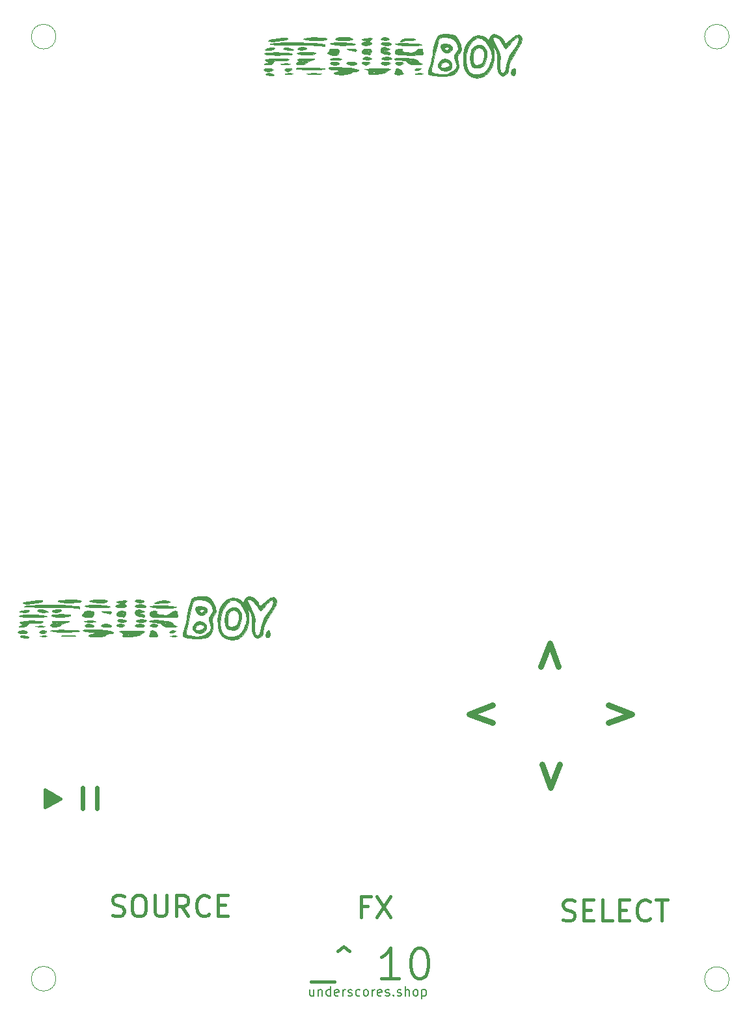
<source format=gbr>
%TF.GenerationSoftware,KiCad,Pcbnew,8.0.5*%
%TF.CreationDate,2025-04-09T14:44:18+10:00*%
%TF.ProjectId,eurorack_panel,6575726f-7261-4636-9b5f-70616e656c2e,rev?*%
%TF.SameCoordinates,Original*%
%TF.FileFunction,Legend,Top*%
%TF.FilePolarity,Positive*%
%FSLAX46Y46*%
G04 Gerber Fmt 4.6, Leading zero omitted, Abs format (unit mm)*
G04 Created by KiCad (PCBNEW 8.0.5) date 2025-04-09 14:44:18*
%MOMM*%
%LPD*%
G01*
G04 APERTURE LIST*
%ADD10C,0.050000*%
%ADD11C,0.600000*%
%ADD12C,0.800000*%
%ADD13C,0.200000*%
%ADD14C,0.450000*%
%ADD15C,0.400000*%
%ADD16C,0.010000*%
G04 APERTURE END LIST*
D10*
X59800000Y-41300000D02*
G75*
G02*
X56600000Y-41300000I-1600000J0D01*
G01*
X56600000Y-41300000D02*
G75*
G02*
X59800000Y-41300000I1600000J0D01*
G01*
D11*
X65100000Y-139000000D02*
X65100000Y-141700000D01*
D10*
X59800000Y-163825000D02*
G75*
G02*
X56600000Y-163825000I-1600000J0D01*
G01*
X56600000Y-163825000D02*
G75*
G02*
X59800000Y-163825000I1600000J0D01*
G01*
X147400000Y-41300000D02*
G75*
G02*
X144200000Y-41300000I-1600000J0D01*
G01*
X144200000Y-41300000D02*
G75*
G02*
X147400000Y-41300000I1600000J0D01*
G01*
D11*
X63300000Y-139000000D02*
X63300000Y-141700000D01*
D10*
X147400000Y-163875000D02*
G75*
G02*
X144200000Y-163875000I-1600000J0D01*
G01*
X144200000Y-163875000D02*
G75*
G02*
X147400000Y-163875000I1600000J0D01*
G01*
D12*
X131726190Y-128242209D02*
X134773810Y-129385066D01*
X134773810Y-129385066D02*
X131726190Y-130527923D01*
D13*
X93371430Y-165244742D02*
X93371430Y-166044742D01*
X92857144Y-165244742D02*
X92857144Y-165873314D01*
X92857144Y-165873314D02*
X92914287Y-165987600D01*
X92914287Y-165987600D02*
X93028572Y-166044742D01*
X93028572Y-166044742D02*
X93200001Y-166044742D01*
X93200001Y-166044742D02*
X93314287Y-165987600D01*
X93314287Y-165987600D02*
X93371430Y-165930457D01*
X93942858Y-165244742D02*
X93942858Y-166044742D01*
X93942858Y-165359028D02*
X94000001Y-165301885D01*
X94000001Y-165301885D02*
X94114286Y-165244742D01*
X94114286Y-165244742D02*
X94285715Y-165244742D01*
X94285715Y-165244742D02*
X94400001Y-165301885D01*
X94400001Y-165301885D02*
X94457144Y-165416171D01*
X94457144Y-165416171D02*
X94457144Y-166044742D01*
X95542858Y-166044742D02*
X95542858Y-164844742D01*
X95542858Y-165987600D02*
X95428572Y-166044742D01*
X95428572Y-166044742D02*
X95200000Y-166044742D01*
X95200000Y-166044742D02*
X95085715Y-165987600D01*
X95085715Y-165987600D02*
X95028572Y-165930457D01*
X95028572Y-165930457D02*
X94971429Y-165816171D01*
X94971429Y-165816171D02*
X94971429Y-165473314D01*
X94971429Y-165473314D02*
X95028572Y-165359028D01*
X95028572Y-165359028D02*
X95085715Y-165301885D01*
X95085715Y-165301885D02*
X95200000Y-165244742D01*
X95200000Y-165244742D02*
X95428572Y-165244742D01*
X95428572Y-165244742D02*
X95542858Y-165301885D01*
X96571429Y-165987600D02*
X96457143Y-166044742D01*
X96457143Y-166044742D02*
X96228572Y-166044742D01*
X96228572Y-166044742D02*
X96114286Y-165987600D01*
X96114286Y-165987600D02*
X96057143Y-165873314D01*
X96057143Y-165873314D02*
X96057143Y-165416171D01*
X96057143Y-165416171D02*
X96114286Y-165301885D01*
X96114286Y-165301885D02*
X96228572Y-165244742D01*
X96228572Y-165244742D02*
X96457143Y-165244742D01*
X96457143Y-165244742D02*
X96571429Y-165301885D01*
X96571429Y-165301885D02*
X96628572Y-165416171D01*
X96628572Y-165416171D02*
X96628572Y-165530457D01*
X96628572Y-165530457D02*
X96057143Y-165644742D01*
X97142857Y-166044742D02*
X97142857Y-165244742D01*
X97142857Y-165473314D02*
X97200000Y-165359028D01*
X97200000Y-165359028D02*
X97257143Y-165301885D01*
X97257143Y-165301885D02*
X97371428Y-165244742D01*
X97371428Y-165244742D02*
X97485714Y-165244742D01*
X97828571Y-165987600D02*
X97942857Y-166044742D01*
X97942857Y-166044742D02*
X98171428Y-166044742D01*
X98171428Y-166044742D02*
X98285714Y-165987600D01*
X98285714Y-165987600D02*
X98342857Y-165873314D01*
X98342857Y-165873314D02*
X98342857Y-165816171D01*
X98342857Y-165816171D02*
X98285714Y-165701885D01*
X98285714Y-165701885D02*
X98171428Y-165644742D01*
X98171428Y-165644742D02*
X98000000Y-165644742D01*
X98000000Y-165644742D02*
X97885714Y-165587600D01*
X97885714Y-165587600D02*
X97828571Y-165473314D01*
X97828571Y-165473314D02*
X97828571Y-165416171D01*
X97828571Y-165416171D02*
X97885714Y-165301885D01*
X97885714Y-165301885D02*
X98000000Y-165244742D01*
X98000000Y-165244742D02*
X98171428Y-165244742D01*
X98171428Y-165244742D02*
X98285714Y-165301885D01*
X99371429Y-165987600D02*
X99257143Y-166044742D01*
X99257143Y-166044742D02*
X99028571Y-166044742D01*
X99028571Y-166044742D02*
X98914286Y-165987600D01*
X98914286Y-165987600D02*
X98857143Y-165930457D01*
X98857143Y-165930457D02*
X98800000Y-165816171D01*
X98800000Y-165816171D02*
X98800000Y-165473314D01*
X98800000Y-165473314D02*
X98857143Y-165359028D01*
X98857143Y-165359028D02*
X98914286Y-165301885D01*
X98914286Y-165301885D02*
X99028571Y-165244742D01*
X99028571Y-165244742D02*
X99257143Y-165244742D01*
X99257143Y-165244742D02*
X99371429Y-165301885D01*
X100057142Y-166044742D02*
X99942857Y-165987600D01*
X99942857Y-165987600D02*
X99885714Y-165930457D01*
X99885714Y-165930457D02*
X99828571Y-165816171D01*
X99828571Y-165816171D02*
X99828571Y-165473314D01*
X99828571Y-165473314D02*
X99885714Y-165359028D01*
X99885714Y-165359028D02*
X99942857Y-165301885D01*
X99942857Y-165301885D02*
X100057142Y-165244742D01*
X100057142Y-165244742D02*
X100228571Y-165244742D01*
X100228571Y-165244742D02*
X100342857Y-165301885D01*
X100342857Y-165301885D02*
X100400000Y-165359028D01*
X100400000Y-165359028D02*
X100457142Y-165473314D01*
X100457142Y-165473314D02*
X100457142Y-165816171D01*
X100457142Y-165816171D02*
X100400000Y-165930457D01*
X100400000Y-165930457D02*
X100342857Y-165987600D01*
X100342857Y-165987600D02*
X100228571Y-166044742D01*
X100228571Y-166044742D02*
X100057142Y-166044742D01*
X100971428Y-166044742D02*
X100971428Y-165244742D01*
X100971428Y-165473314D02*
X101028571Y-165359028D01*
X101028571Y-165359028D02*
X101085714Y-165301885D01*
X101085714Y-165301885D02*
X101199999Y-165244742D01*
X101199999Y-165244742D02*
X101314285Y-165244742D01*
X102171428Y-165987600D02*
X102057142Y-166044742D01*
X102057142Y-166044742D02*
X101828571Y-166044742D01*
X101828571Y-166044742D02*
X101714285Y-165987600D01*
X101714285Y-165987600D02*
X101657142Y-165873314D01*
X101657142Y-165873314D02*
X101657142Y-165416171D01*
X101657142Y-165416171D02*
X101714285Y-165301885D01*
X101714285Y-165301885D02*
X101828571Y-165244742D01*
X101828571Y-165244742D02*
X102057142Y-165244742D01*
X102057142Y-165244742D02*
X102171428Y-165301885D01*
X102171428Y-165301885D02*
X102228571Y-165416171D01*
X102228571Y-165416171D02*
X102228571Y-165530457D01*
X102228571Y-165530457D02*
X101657142Y-165644742D01*
X102685713Y-165987600D02*
X102799999Y-166044742D01*
X102799999Y-166044742D02*
X103028570Y-166044742D01*
X103028570Y-166044742D02*
X103142856Y-165987600D01*
X103142856Y-165987600D02*
X103199999Y-165873314D01*
X103199999Y-165873314D02*
X103199999Y-165816171D01*
X103199999Y-165816171D02*
X103142856Y-165701885D01*
X103142856Y-165701885D02*
X103028570Y-165644742D01*
X103028570Y-165644742D02*
X102857142Y-165644742D01*
X102857142Y-165644742D02*
X102742856Y-165587600D01*
X102742856Y-165587600D02*
X102685713Y-165473314D01*
X102685713Y-165473314D02*
X102685713Y-165416171D01*
X102685713Y-165416171D02*
X102742856Y-165301885D01*
X102742856Y-165301885D02*
X102857142Y-165244742D01*
X102857142Y-165244742D02*
X103028570Y-165244742D01*
X103028570Y-165244742D02*
X103142856Y-165301885D01*
X103714285Y-165930457D02*
X103771428Y-165987600D01*
X103771428Y-165987600D02*
X103714285Y-166044742D01*
X103714285Y-166044742D02*
X103657142Y-165987600D01*
X103657142Y-165987600D02*
X103714285Y-165930457D01*
X103714285Y-165930457D02*
X103714285Y-166044742D01*
X104228571Y-165987600D02*
X104342857Y-166044742D01*
X104342857Y-166044742D02*
X104571428Y-166044742D01*
X104571428Y-166044742D02*
X104685714Y-165987600D01*
X104685714Y-165987600D02*
X104742857Y-165873314D01*
X104742857Y-165873314D02*
X104742857Y-165816171D01*
X104742857Y-165816171D02*
X104685714Y-165701885D01*
X104685714Y-165701885D02*
X104571428Y-165644742D01*
X104571428Y-165644742D02*
X104400000Y-165644742D01*
X104400000Y-165644742D02*
X104285714Y-165587600D01*
X104285714Y-165587600D02*
X104228571Y-165473314D01*
X104228571Y-165473314D02*
X104228571Y-165416171D01*
X104228571Y-165416171D02*
X104285714Y-165301885D01*
X104285714Y-165301885D02*
X104400000Y-165244742D01*
X104400000Y-165244742D02*
X104571428Y-165244742D01*
X104571428Y-165244742D02*
X104685714Y-165301885D01*
X105257143Y-166044742D02*
X105257143Y-164844742D01*
X105771429Y-166044742D02*
X105771429Y-165416171D01*
X105771429Y-165416171D02*
X105714286Y-165301885D01*
X105714286Y-165301885D02*
X105600000Y-165244742D01*
X105600000Y-165244742D02*
X105428571Y-165244742D01*
X105428571Y-165244742D02*
X105314286Y-165301885D01*
X105314286Y-165301885D02*
X105257143Y-165359028D01*
X106514285Y-166044742D02*
X106400000Y-165987600D01*
X106400000Y-165987600D02*
X106342857Y-165930457D01*
X106342857Y-165930457D02*
X106285714Y-165816171D01*
X106285714Y-165816171D02*
X106285714Y-165473314D01*
X106285714Y-165473314D02*
X106342857Y-165359028D01*
X106342857Y-165359028D02*
X106400000Y-165301885D01*
X106400000Y-165301885D02*
X106514285Y-165244742D01*
X106514285Y-165244742D02*
X106685714Y-165244742D01*
X106685714Y-165244742D02*
X106800000Y-165301885D01*
X106800000Y-165301885D02*
X106857143Y-165359028D01*
X106857143Y-165359028D02*
X106914285Y-165473314D01*
X106914285Y-165473314D02*
X106914285Y-165816171D01*
X106914285Y-165816171D02*
X106857143Y-165930457D01*
X106857143Y-165930457D02*
X106800000Y-165987600D01*
X106800000Y-165987600D02*
X106685714Y-166044742D01*
X106685714Y-166044742D02*
X106514285Y-166044742D01*
X107428571Y-165244742D02*
X107428571Y-166444742D01*
X107428571Y-165301885D02*
X107542857Y-165244742D01*
X107542857Y-165244742D02*
X107771428Y-165244742D01*
X107771428Y-165244742D02*
X107885714Y-165301885D01*
X107885714Y-165301885D02*
X107942857Y-165359028D01*
X107942857Y-165359028D02*
X107999999Y-165473314D01*
X107999999Y-165473314D02*
X107999999Y-165816171D01*
X107999999Y-165816171D02*
X107942857Y-165930457D01*
X107942857Y-165930457D02*
X107885714Y-165987600D01*
X107885714Y-165987600D02*
X107771428Y-166044742D01*
X107771428Y-166044742D02*
X107542857Y-166044742D01*
X107542857Y-166044742D02*
X107428571Y-165987600D01*
D14*
X58500000Y-139368528D02*
X58500000Y-141425671D01*
X58628572Y-139497100D02*
X58628572Y-141297100D01*
X58757143Y-139497100D02*
X58757143Y-141297100D01*
X58885714Y-139625671D02*
X58885714Y-141168528D01*
X59014286Y-139625671D02*
X59014286Y-141168528D01*
X59142857Y-139754242D02*
X59142857Y-141039957D01*
X59271429Y-139754242D02*
X59271429Y-141039957D01*
X59400000Y-139882814D02*
X59400000Y-140911385D01*
X59528572Y-140011385D02*
X59528572Y-140782814D01*
X59657143Y-140011385D02*
X59657143Y-140782814D01*
X59785714Y-140139957D02*
X59785714Y-140654242D01*
X59914286Y-140139957D02*
X59914286Y-140654242D01*
X60042857Y-140397100D02*
X60171429Y-140397100D01*
X60042857Y-140268528D02*
X60042857Y-140525671D01*
X58371429Y-139368528D02*
X60300000Y-140397100D01*
X60300000Y-140397100D02*
X58371429Y-141425671D01*
X60428572Y-140397100D02*
X58371429Y-141554242D01*
X58371429Y-141554242D02*
X58371429Y-139239957D01*
X58371429Y-139239957D02*
X60428572Y-140397100D01*
X67128571Y-155547100D02*
X67514286Y-155675671D01*
X67514286Y-155675671D02*
X68157143Y-155675671D01*
X68157143Y-155675671D02*
X68414286Y-155547100D01*
X68414286Y-155547100D02*
X68542857Y-155418528D01*
X68542857Y-155418528D02*
X68671428Y-155161385D01*
X68671428Y-155161385D02*
X68671428Y-154904242D01*
X68671428Y-154904242D02*
X68542857Y-154647100D01*
X68542857Y-154647100D02*
X68414286Y-154518528D01*
X68414286Y-154518528D02*
X68157143Y-154389957D01*
X68157143Y-154389957D02*
X67642857Y-154261385D01*
X67642857Y-154261385D02*
X67385714Y-154132814D01*
X67385714Y-154132814D02*
X67257143Y-154004242D01*
X67257143Y-154004242D02*
X67128571Y-153747100D01*
X67128571Y-153747100D02*
X67128571Y-153489957D01*
X67128571Y-153489957D02*
X67257143Y-153232814D01*
X67257143Y-153232814D02*
X67385714Y-153104242D01*
X67385714Y-153104242D02*
X67642857Y-152975671D01*
X67642857Y-152975671D02*
X68285714Y-152975671D01*
X68285714Y-152975671D02*
X68671428Y-153104242D01*
X70342857Y-152975671D02*
X70857143Y-152975671D01*
X70857143Y-152975671D02*
X71114286Y-153104242D01*
X71114286Y-153104242D02*
X71371429Y-153361385D01*
X71371429Y-153361385D02*
X71500000Y-153875671D01*
X71500000Y-153875671D02*
X71500000Y-154775671D01*
X71500000Y-154775671D02*
X71371429Y-155289957D01*
X71371429Y-155289957D02*
X71114286Y-155547100D01*
X71114286Y-155547100D02*
X70857143Y-155675671D01*
X70857143Y-155675671D02*
X70342857Y-155675671D01*
X70342857Y-155675671D02*
X70085715Y-155547100D01*
X70085715Y-155547100D02*
X69828572Y-155289957D01*
X69828572Y-155289957D02*
X69700000Y-154775671D01*
X69700000Y-154775671D02*
X69700000Y-153875671D01*
X69700000Y-153875671D02*
X69828572Y-153361385D01*
X69828572Y-153361385D02*
X70085715Y-153104242D01*
X70085715Y-153104242D02*
X70342857Y-152975671D01*
X72657143Y-152975671D02*
X72657143Y-155161385D01*
X72657143Y-155161385D02*
X72785714Y-155418528D01*
X72785714Y-155418528D02*
X72914286Y-155547100D01*
X72914286Y-155547100D02*
X73171428Y-155675671D01*
X73171428Y-155675671D02*
X73685714Y-155675671D01*
X73685714Y-155675671D02*
X73942857Y-155547100D01*
X73942857Y-155547100D02*
X74071428Y-155418528D01*
X74071428Y-155418528D02*
X74200000Y-155161385D01*
X74200000Y-155161385D02*
X74200000Y-152975671D01*
X77028571Y-155675671D02*
X76128571Y-154389957D01*
X75485714Y-155675671D02*
X75485714Y-152975671D01*
X75485714Y-152975671D02*
X76514285Y-152975671D01*
X76514285Y-152975671D02*
X76771428Y-153104242D01*
X76771428Y-153104242D02*
X76899999Y-153232814D01*
X76899999Y-153232814D02*
X77028571Y-153489957D01*
X77028571Y-153489957D02*
X77028571Y-153875671D01*
X77028571Y-153875671D02*
X76899999Y-154132814D01*
X76899999Y-154132814D02*
X76771428Y-154261385D01*
X76771428Y-154261385D02*
X76514285Y-154389957D01*
X76514285Y-154389957D02*
X75485714Y-154389957D01*
X79728571Y-155418528D02*
X79599999Y-155547100D01*
X79599999Y-155547100D02*
X79214285Y-155675671D01*
X79214285Y-155675671D02*
X78957142Y-155675671D01*
X78957142Y-155675671D02*
X78571428Y-155547100D01*
X78571428Y-155547100D02*
X78314285Y-155289957D01*
X78314285Y-155289957D02*
X78185714Y-155032814D01*
X78185714Y-155032814D02*
X78057142Y-154518528D01*
X78057142Y-154518528D02*
X78057142Y-154132814D01*
X78057142Y-154132814D02*
X78185714Y-153618528D01*
X78185714Y-153618528D02*
X78314285Y-153361385D01*
X78314285Y-153361385D02*
X78571428Y-153104242D01*
X78571428Y-153104242D02*
X78957142Y-152975671D01*
X78957142Y-152975671D02*
X79214285Y-152975671D01*
X79214285Y-152975671D02*
X79599999Y-153104242D01*
X79599999Y-153104242D02*
X79728571Y-153232814D01*
X80885714Y-154261385D02*
X81785714Y-154261385D01*
X82171428Y-155675671D02*
X80885714Y-155675671D01*
X80885714Y-155675671D02*
X80885714Y-152975671D01*
X80885714Y-152975671D02*
X82171428Y-152975671D01*
D12*
X122892209Y-123223809D02*
X124035066Y-120176190D01*
X124035066Y-120176190D02*
X125177923Y-123223809D01*
D14*
X125764285Y-156147100D02*
X126150000Y-156275671D01*
X126150000Y-156275671D02*
X126792857Y-156275671D01*
X126792857Y-156275671D02*
X127050000Y-156147100D01*
X127050000Y-156147100D02*
X127178571Y-156018528D01*
X127178571Y-156018528D02*
X127307142Y-155761385D01*
X127307142Y-155761385D02*
X127307142Y-155504242D01*
X127307142Y-155504242D02*
X127178571Y-155247100D01*
X127178571Y-155247100D02*
X127050000Y-155118528D01*
X127050000Y-155118528D02*
X126792857Y-154989957D01*
X126792857Y-154989957D02*
X126278571Y-154861385D01*
X126278571Y-154861385D02*
X126021428Y-154732814D01*
X126021428Y-154732814D02*
X125892857Y-154604242D01*
X125892857Y-154604242D02*
X125764285Y-154347100D01*
X125764285Y-154347100D02*
X125764285Y-154089957D01*
X125764285Y-154089957D02*
X125892857Y-153832814D01*
X125892857Y-153832814D02*
X126021428Y-153704242D01*
X126021428Y-153704242D02*
X126278571Y-153575671D01*
X126278571Y-153575671D02*
X126921428Y-153575671D01*
X126921428Y-153575671D02*
X127307142Y-153704242D01*
X128464286Y-154861385D02*
X129364286Y-154861385D01*
X129750000Y-156275671D02*
X128464286Y-156275671D01*
X128464286Y-156275671D02*
X128464286Y-153575671D01*
X128464286Y-153575671D02*
X129750000Y-153575671D01*
X132192857Y-156275671D02*
X130907143Y-156275671D01*
X130907143Y-156275671D02*
X130907143Y-153575671D01*
X133092857Y-154861385D02*
X133992857Y-154861385D01*
X134378571Y-156275671D02*
X133092857Y-156275671D01*
X133092857Y-156275671D02*
X133092857Y-153575671D01*
X133092857Y-153575671D02*
X134378571Y-153575671D01*
X137078571Y-156018528D02*
X136949999Y-156147100D01*
X136949999Y-156147100D02*
X136564285Y-156275671D01*
X136564285Y-156275671D02*
X136307142Y-156275671D01*
X136307142Y-156275671D02*
X135921428Y-156147100D01*
X135921428Y-156147100D02*
X135664285Y-155889957D01*
X135664285Y-155889957D02*
X135535714Y-155632814D01*
X135535714Y-155632814D02*
X135407142Y-155118528D01*
X135407142Y-155118528D02*
X135407142Y-154732814D01*
X135407142Y-154732814D02*
X135535714Y-154218528D01*
X135535714Y-154218528D02*
X135664285Y-153961385D01*
X135664285Y-153961385D02*
X135921428Y-153704242D01*
X135921428Y-153704242D02*
X136307142Y-153575671D01*
X136307142Y-153575671D02*
X136564285Y-153575671D01*
X136564285Y-153575671D02*
X136949999Y-153704242D01*
X136949999Y-153704242D02*
X137078571Y-153832814D01*
X137849999Y-153575671D02*
X139392857Y-153575671D01*
X138621428Y-156275671D02*
X138621428Y-153575671D01*
D15*
X93000000Y-164210628D02*
X96047619Y-164210628D01*
X96428571Y-160210628D02*
X97190476Y-159639200D01*
X97190476Y-159639200D02*
X97952380Y-160210628D01*
X104428571Y-163829676D02*
X102142856Y-163829676D01*
X103285713Y-163829676D02*
X103285713Y-159829676D01*
X103285713Y-159829676D02*
X102904761Y-160401104D01*
X102904761Y-160401104D02*
X102523809Y-160782057D01*
X102523809Y-160782057D02*
X102142856Y-160972533D01*
X106904761Y-159829676D02*
X107285714Y-159829676D01*
X107285714Y-159829676D02*
X107666666Y-160020152D01*
X107666666Y-160020152D02*
X107857142Y-160210628D01*
X107857142Y-160210628D02*
X108047618Y-160591580D01*
X108047618Y-160591580D02*
X108238095Y-161353485D01*
X108238095Y-161353485D02*
X108238095Y-162305866D01*
X108238095Y-162305866D02*
X108047618Y-163067771D01*
X108047618Y-163067771D02*
X107857142Y-163448723D01*
X107857142Y-163448723D02*
X107666666Y-163639200D01*
X107666666Y-163639200D02*
X107285714Y-163829676D01*
X107285714Y-163829676D02*
X106904761Y-163829676D01*
X106904761Y-163829676D02*
X106523809Y-163639200D01*
X106523809Y-163639200D02*
X106333333Y-163448723D01*
X106333333Y-163448723D02*
X106142856Y-163067771D01*
X106142856Y-163067771D02*
X105952380Y-162305866D01*
X105952380Y-162305866D02*
X105952380Y-161353485D01*
X105952380Y-161353485D02*
X106142856Y-160591580D01*
X106142856Y-160591580D02*
X106333333Y-160210628D01*
X106333333Y-160210628D02*
X106523809Y-160020152D01*
X106523809Y-160020152D02*
X106904761Y-159829676D01*
D14*
X100400000Y-154411385D02*
X99500000Y-154411385D01*
X99500000Y-155825671D02*
X99500000Y-153125671D01*
X99500000Y-153125671D02*
X100785714Y-153125671D01*
X101557143Y-153125671D02*
X103357143Y-155825671D01*
X103357143Y-153125671D02*
X101557143Y-155825671D01*
D12*
X125307790Y-135976190D02*
X124164933Y-139023810D01*
X124164933Y-139023810D02*
X123022076Y-135976190D01*
X116573809Y-130557790D02*
X113526190Y-129414933D01*
X113526190Y-129414933D02*
X116573809Y-128272076D01*
D16*
%TO.C,G\u002A\u002A\u002A*%
X56011909Y-119230744D02*
X56218296Y-119365257D01*
X56144853Y-119506906D01*
X55790549Y-119529358D01*
X55337988Y-119438968D01*
X55131437Y-119319101D01*
X55230922Y-119197547D01*
X55559183Y-119155000D01*
X56011909Y-119230744D01*
G36*
X56011909Y-119230744D02*
G01*
X56218296Y-119365257D01*
X56144853Y-119506906D01*
X55790549Y-119529358D01*
X55337988Y-119438968D01*
X55131437Y-119319101D01*
X55230922Y-119197547D01*
X55559183Y-119155000D01*
X56011909Y-119230744D01*
G37*
X58285827Y-117947667D02*
X58371000Y-117997243D01*
X58093676Y-118029196D01*
X57700834Y-118036127D01*
X57220577Y-118020287D01*
X57080105Y-117982358D01*
X57227494Y-117944778D01*
X57853475Y-117909958D01*
X58285827Y-117947667D01*
G36*
X58285827Y-117947667D02*
G01*
X58371000Y-117997243D01*
X58093676Y-118029196D01*
X57700834Y-118036127D01*
X57220577Y-118020287D01*
X57080105Y-117982358D01*
X57227494Y-117944778D01*
X57853475Y-117909958D01*
X58285827Y-117947667D01*
G37*
X58496786Y-118587190D02*
X58547500Y-118731666D01*
X58248951Y-118909480D01*
X58005842Y-118943333D01*
X57668731Y-118852285D01*
X57595000Y-118731666D01*
X57776515Y-118573901D01*
X58136659Y-118520000D01*
X58496786Y-118587190D01*
G36*
X58496786Y-118587190D02*
G01*
X58547500Y-118731666D01*
X58248951Y-118909480D01*
X58005842Y-118943333D01*
X57668731Y-118852285D01*
X57595000Y-118731666D01*
X57776515Y-118573901D01*
X58136659Y-118520000D01*
X58496786Y-118587190D01*
G37*
X58602885Y-119221234D02*
X58652364Y-119278449D01*
X58348398Y-119310553D01*
X58124167Y-119313287D01*
X57714257Y-119292447D01*
X57652067Y-119244640D01*
X57756218Y-119216963D01*
X58307743Y-119182884D01*
X58602885Y-119221234D01*
G36*
X58602885Y-119221234D02*
G01*
X58652364Y-119278449D01*
X58348398Y-119310553D01*
X58124167Y-119313287D01*
X57714257Y-119292447D01*
X57652067Y-119244640D01*
X57756218Y-119216963D01*
X58307743Y-119182884D01*
X58602885Y-119221234D01*
G37*
X72915288Y-117745789D02*
X73046667Y-117885000D01*
X72865527Y-118044114D01*
X72517500Y-118096666D01*
X72119713Y-118024210D01*
X71988334Y-117885000D01*
X72169474Y-117725885D01*
X72517500Y-117673333D01*
X72915288Y-117745789D01*
G36*
X72915288Y-117745789D02*
G01*
X73046667Y-117885000D01*
X72865527Y-118044114D01*
X72517500Y-118096666D01*
X72119713Y-118024210D01*
X71988334Y-117885000D01*
X72169474Y-117725885D01*
X72517500Y-117673333D01*
X72915288Y-117745789D01*
G37*
X75296222Y-118554143D02*
X75375000Y-118601146D01*
X75200475Y-118712333D01*
X74951667Y-118792996D01*
X74614147Y-118804867D01*
X74528334Y-118711850D01*
X74705790Y-118555918D01*
X74951667Y-118520000D01*
X75296222Y-118554143D01*
G36*
X75296222Y-118554143D02*
G01*
X75375000Y-118601146D01*
X75200475Y-118712333D01*
X74951667Y-118792996D01*
X74614147Y-118804867D01*
X74528334Y-118711850D01*
X74705790Y-118555918D01*
X74951667Y-118520000D01*
X75296222Y-118554143D01*
G37*
X75536218Y-119221234D02*
X75585697Y-119278449D01*
X75281732Y-119310553D01*
X75057500Y-119313287D01*
X74647590Y-119292447D01*
X74585400Y-119244640D01*
X74689551Y-119216963D01*
X75241077Y-119182884D01*
X75536218Y-119221234D01*
G36*
X75536218Y-119221234D02*
G01*
X75585697Y-119278449D01*
X75281732Y-119310553D01*
X75057500Y-119313287D01*
X74647590Y-119292447D01*
X74585400Y-119244640D01*
X74689551Y-119216963D01*
X75241077Y-119182884D01*
X75536218Y-119221234D01*
G37*
X57989198Y-115812306D02*
X58547500Y-115980000D01*
X58746221Y-116098215D01*
X58595140Y-116157367D01*
X58177084Y-116176789D01*
X57667056Y-116136549D01*
X57396490Y-116018120D01*
X57383334Y-115980000D01*
X57555979Y-115811095D01*
X57989198Y-115812306D01*
G36*
X57989198Y-115812306D02*
G01*
X58547500Y-115980000D01*
X58746221Y-116098215D01*
X58595140Y-116157367D01*
X58177084Y-116176789D01*
X57667056Y-116136549D01*
X57396490Y-116018120D01*
X57383334Y-115980000D01*
X57555979Y-115811095D01*
X57989198Y-115812306D01*
G37*
X87616534Y-118685940D02*
X87640837Y-119042666D01*
X87537354Y-119378532D01*
X87454626Y-119463460D01*
X87181129Y-119441733D01*
X87136439Y-119389220D01*
X87097837Y-119047744D01*
X87238245Y-118682120D01*
X87462646Y-118520000D01*
X87616534Y-118685940D01*
G36*
X87616534Y-118685940D02*
G01*
X87640837Y-119042666D01*
X87537354Y-119378532D01*
X87454626Y-119463460D01*
X87181129Y-119441733D01*
X87136439Y-119389220D01*
X87097837Y-119047744D01*
X87238245Y-118682120D01*
X87462646Y-118520000D01*
X87616534Y-118685940D01*
G37*
X56201341Y-115878432D02*
X56325000Y-115975860D01*
X56140313Y-116124240D01*
X55692009Y-116191334D01*
X55654722Y-116191666D01*
X55230964Y-116160972D01*
X55092317Y-116086114D01*
X55099585Y-116076525D01*
X55404014Y-115929846D01*
X55833741Y-115858683D01*
X56201341Y-115878432D01*
G36*
X56201341Y-115878432D02*
G01*
X56325000Y-115975860D01*
X56140313Y-116124240D01*
X55692009Y-116191334D01*
X55654722Y-116191666D01*
X55230964Y-116160972D01*
X55092317Y-116086114D01*
X55099585Y-116076525D01*
X55404014Y-115929846D01*
X55833741Y-115858683D01*
X56201341Y-115878432D01*
G37*
X60358967Y-115825658D02*
X60456675Y-115972738D01*
X60452500Y-115980000D01*
X60160732Y-116143847D01*
X59805008Y-116191666D01*
X59413237Y-116117617D01*
X59288334Y-115980000D01*
X59472546Y-115832493D01*
X59917594Y-115768416D01*
X59935825Y-115768333D01*
X60358967Y-115825658D01*
G36*
X60358967Y-115825658D02*
G01*
X60456675Y-115972738D01*
X60452500Y-115980000D01*
X60160732Y-116143847D01*
X59805008Y-116191666D01*
X59413237Y-116117617D01*
X59288334Y-115980000D01*
X59472546Y-115832493D01*
X59917594Y-115768416D01*
X59935825Y-115768333D01*
X60358967Y-115825658D01*
G37*
X62198750Y-119212474D02*
X62384920Y-119250333D01*
X62191950Y-119279145D01*
X61664013Y-119294287D01*
X61405000Y-119295503D01*
X60769012Y-119286310D01*
X60452347Y-119261811D01*
X60499176Y-119226628D01*
X60611250Y-119212474D01*
X61406044Y-119178224D01*
X62198750Y-119212474D01*
G36*
X62198750Y-119212474D02*
G01*
X62384920Y-119250333D01*
X62191950Y-119279145D01*
X61664013Y-119294287D01*
X61405000Y-119295503D01*
X60769012Y-119286310D01*
X60452347Y-119261811D01*
X60499176Y-119226628D01*
X60611250Y-119212474D01*
X61406044Y-119178224D01*
X62198750Y-119212474D01*
G37*
X64486524Y-117751377D02*
X64685834Y-117885000D01*
X64603122Y-118034907D01*
X64191310Y-118096564D01*
X64169159Y-118096666D01*
X63717934Y-118036447D01*
X63521922Y-117890960D01*
X63521667Y-117885000D01*
X63702418Y-117724502D01*
X64038342Y-117673333D01*
X64486524Y-117751377D01*
G36*
X64486524Y-117751377D02*
G01*
X64685834Y-117885000D01*
X64603122Y-118034907D01*
X64191310Y-118096564D01*
X64169159Y-118096666D01*
X63717934Y-118036447D01*
X63521922Y-117890960D01*
X63521667Y-117885000D01*
X63702418Y-117724502D01*
X64038342Y-117673333D01*
X64486524Y-117751377D01*
G37*
X64501142Y-117206904D02*
X64886947Y-117282530D01*
X65003334Y-117380508D01*
X64814695Y-117426970D01*
X64340329Y-117447836D01*
X64103750Y-117446789D01*
X63590290Y-117416303D01*
X63479308Y-117344082D01*
X63612954Y-117271810D01*
X64016425Y-117198635D01*
X64501142Y-117206904D01*
G36*
X64501142Y-117206904D02*
G01*
X64886947Y-117282530D01*
X65003334Y-117380508D01*
X64814695Y-117426970D01*
X64340329Y-117447836D01*
X64103750Y-117446789D01*
X63590290Y-117416303D01*
X63479308Y-117344082D01*
X63612954Y-117271810D01*
X64016425Y-117198635D01*
X64501142Y-117206904D01*
G37*
X66749663Y-117738580D02*
X67014167Y-117885000D01*
X66924742Y-118029030D01*
X66493525Y-118095104D01*
X66391659Y-118096666D01*
X65897051Y-118044322D01*
X65646109Y-117915346D01*
X65638334Y-117885000D01*
X65821975Y-117735245D01*
X66260842Y-117673333D01*
X66749663Y-117738580D01*
G36*
X66749663Y-117738580D02*
G01*
X67014167Y-117885000D01*
X66924742Y-118029030D01*
X66493525Y-118095104D01*
X66391659Y-118096666D01*
X65897051Y-118044322D01*
X65646109Y-117915346D01*
X65638334Y-117885000D01*
X65821975Y-117735245D01*
X66260842Y-117673333D01*
X66749663Y-117738580D01*
G37*
X68608592Y-117729696D02*
X68713116Y-117874925D01*
X68707500Y-117885000D01*
X68408073Y-118064663D01*
X68178334Y-118096666D01*
X67778347Y-117996564D01*
X67649167Y-117885000D01*
X67732722Y-117735837D01*
X68147042Y-117673529D01*
X68178334Y-117673333D01*
X68608592Y-117729696D01*
G36*
X68608592Y-117729696D02*
G01*
X68713116Y-117874925D01*
X68707500Y-117885000D01*
X68408073Y-118064663D01*
X68178334Y-118096666D01*
X67778347Y-117996564D01*
X67649167Y-117885000D01*
X67732722Y-117735837D01*
X68147042Y-117673529D01*
X68178334Y-117673333D01*
X68608592Y-117729696D01*
G37*
X68719857Y-117116377D02*
X68919167Y-117250000D01*
X68836455Y-117399907D01*
X68424643Y-117461564D01*
X68402492Y-117461666D01*
X67951267Y-117401447D01*
X67755255Y-117255960D01*
X67755000Y-117250000D01*
X67935752Y-117089502D01*
X68271675Y-117038333D01*
X68719857Y-117116377D01*
G36*
X68719857Y-117116377D02*
G01*
X68919167Y-117250000D01*
X68836455Y-117399907D01*
X68424643Y-117461564D01*
X68402492Y-117461666D01*
X67951267Y-117401447D01*
X67755255Y-117255960D01*
X67755000Y-117250000D01*
X67935752Y-117089502D01*
X68271675Y-117038333D01*
X68719857Y-117116377D01*
G37*
X71048190Y-114576377D02*
X71247500Y-114710000D01*
X71164789Y-114859907D01*
X70752977Y-114921564D01*
X70730825Y-114921666D01*
X70279601Y-114861447D01*
X70083589Y-114715960D01*
X70083334Y-114710000D01*
X70264085Y-114549502D01*
X70600008Y-114498333D01*
X71048190Y-114576377D01*
G36*
X71048190Y-114576377D02*
G01*
X71247500Y-114710000D01*
X71164789Y-114859907D01*
X70752977Y-114921564D01*
X70730825Y-114921666D01*
X70279601Y-114861447D01*
X70083589Y-114715960D01*
X70083334Y-114710000D01*
X70264085Y-114549502D01*
X70600008Y-114498333D01*
X71048190Y-114576377D01*
G37*
X71194663Y-115198580D02*
X71459167Y-115345000D01*
X71369742Y-115489030D01*
X70938525Y-115555104D01*
X70836659Y-115556666D01*
X70342051Y-115504322D01*
X70091109Y-115375346D01*
X70083334Y-115345000D01*
X70266975Y-115195245D01*
X70705842Y-115133333D01*
X71194663Y-115198580D01*
G36*
X71194663Y-115198580D02*
G01*
X71459167Y-115345000D01*
X71369742Y-115489030D01*
X70938525Y-115555104D01*
X70836659Y-115556666D01*
X70342051Y-115504322D01*
X70091109Y-115375346D01*
X70083334Y-115345000D01*
X70266975Y-115195245D01*
X70705842Y-115133333D01*
X71194663Y-115198580D01*
G37*
X71382917Y-117100775D02*
X71565000Y-117250000D01*
X71378707Y-117388973D01*
X70919679Y-117459481D01*
X70811675Y-117461666D01*
X70330054Y-117411529D01*
X70176868Y-117278893D01*
X70189167Y-117250000D01*
X70475307Y-117097501D01*
X70942492Y-117038333D01*
X71382917Y-117100775D01*
G36*
X71382917Y-117100775D02*
G01*
X71565000Y-117250000D01*
X71378707Y-117388973D01*
X70919679Y-117459481D01*
X70811675Y-117461666D01*
X70330054Y-117411529D01*
X70176868Y-117278893D01*
X70189167Y-117250000D01*
X70475307Y-117097501D01*
X70942492Y-117038333D01*
X71382917Y-117100775D01*
G37*
X55924188Y-118581310D02*
X56113285Y-118729033D01*
X56113334Y-118731666D01*
X55929402Y-118880284D01*
X55486234Y-118943317D01*
X55478334Y-118943333D01*
X55032479Y-118882022D01*
X54843382Y-118734300D01*
X54843334Y-118731666D01*
X55027265Y-118583048D01*
X55470433Y-118520016D01*
X55478334Y-118520000D01*
X55924188Y-118581310D01*
G36*
X55924188Y-118581310D02*
G01*
X56113285Y-118729033D01*
X56113334Y-118731666D01*
X55929402Y-118880284D01*
X55486234Y-118943317D01*
X55478334Y-118943333D01*
X55032479Y-118882022D01*
X54843382Y-118734300D01*
X54843334Y-118731666D01*
X55027265Y-118583048D01*
X55470433Y-118520016D01*
X55478334Y-118520000D01*
X55924188Y-118581310D01*
G37*
X61264882Y-116428410D02*
X61637937Y-116492324D01*
X61634824Y-116602535D01*
X61616667Y-116615000D01*
X61209567Y-116746562D01*
X60604439Y-116810876D01*
X59958714Y-116807941D01*
X59429824Y-116737758D01*
X59182500Y-116615000D01*
X59299894Y-116496176D01*
X59800713Y-116425049D01*
X60492925Y-116406574D01*
X61264882Y-116428410D01*
G36*
X61264882Y-116428410D02*
G01*
X61637937Y-116492324D01*
X61634824Y-116602535D01*
X61616667Y-116615000D01*
X61209567Y-116746562D01*
X60604439Y-116810876D01*
X59958714Y-116807941D01*
X59429824Y-116737758D01*
X59182500Y-116615000D01*
X59299894Y-116496176D01*
X59800713Y-116425049D01*
X60492925Y-116406574D01*
X61264882Y-116428410D01*
G37*
X65958371Y-114533129D02*
X66381225Y-114622889D01*
X66485000Y-114710000D01*
X66293620Y-114825915D01*
X65799939Y-114902798D01*
X65320834Y-114921666D01*
X64683296Y-114886870D01*
X64260442Y-114797110D01*
X64156667Y-114710000D01*
X64348047Y-114594084D01*
X64841728Y-114517201D01*
X65320834Y-114498333D01*
X65958371Y-114533129D01*
G36*
X65958371Y-114533129D02*
G01*
X66381225Y-114622889D01*
X66485000Y-114710000D01*
X66293620Y-114825915D01*
X65799939Y-114902798D01*
X65320834Y-114921666D01*
X64683296Y-114886870D01*
X64260442Y-114797110D01*
X64156667Y-114710000D01*
X64348047Y-114594084D01*
X64841728Y-114517201D01*
X65320834Y-114498333D01*
X65958371Y-114533129D01*
G37*
X66851677Y-116035190D02*
X67027784Y-116154375D01*
X67014167Y-116191666D01*
X66863195Y-116374886D01*
X66842925Y-116378290D01*
X66632980Y-116314559D01*
X66182196Y-116195409D01*
X66167500Y-116191666D01*
X65778763Y-116086137D01*
X65751482Y-116035888D01*
X66111847Y-116012374D01*
X66338742Y-116005043D01*
X66851677Y-116035190D01*
G36*
X66851677Y-116035190D02*
G01*
X67027784Y-116154375D01*
X67014167Y-116191666D01*
X66863195Y-116374886D01*
X66842925Y-116378290D01*
X66632980Y-116314559D01*
X66182196Y-116195409D01*
X66167500Y-116191666D01*
X65778763Y-116086137D01*
X65751482Y-116035888D01*
X66111847Y-116012374D01*
X66338742Y-116005043D01*
X66851677Y-116035190D01*
G37*
X71164188Y-117734643D02*
X71353285Y-117882366D01*
X71353334Y-117885000D01*
X71169402Y-118033618D01*
X70726234Y-118096650D01*
X70718334Y-118096666D01*
X70272479Y-118035356D01*
X70083382Y-117887633D01*
X70083334Y-117885000D01*
X70267265Y-117736381D01*
X70710433Y-117673349D01*
X70718334Y-117673333D01*
X71164188Y-117734643D01*
G36*
X71164188Y-117734643D02*
G01*
X71353285Y-117882366D01*
X71353334Y-117885000D01*
X71169402Y-118033618D01*
X70726234Y-118096650D01*
X70718334Y-118096666D01*
X70272479Y-118035356D01*
X70083382Y-117887633D01*
X70083334Y-117885000D01*
X70267265Y-117736381D01*
X70710433Y-117673349D01*
X70718334Y-117673333D01*
X71164188Y-117734643D01*
G37*
X58000695Y-114630768D02*
X58030665Y-114747246D01*
X57790896Y-114847142D01*
X57222787Y-114947762D01*
X56695417Y-115016230D01*
X55987174Y-115070057D01*
X55563678Y-115033917D01*
X55478334Y-114963108D01*
X55666233Y-114856218D01*
X56135921Y-114746717D01*
X56746387Y-114653185D01*
X57356616Y-114594199D01*
X57825595Y-114588341D01*
X58000695Y-114630768D01*
G36*
X58000695Y-114630768D02*
G01*
X58030665Y-114747246D01*
X57790896Y-114847142D01*
X57222787Y-114947762D01*
X56695417Y-115016230D01*
X55987174Y-115070057D01*
X55563678Y-115033917D01*
X55478334Y-114963108D01*
X55666233Y-114856218D01*
X56135921Y-114746717D01*
X56746387Y-114653185D01*
X57356616Y-114594199D01*
X57825595Y-114588341D01*
X58000695Y-114630768D01*
G37*
X72787431Y-118702735D02*
X73032814Y-119137827D01*
X73046667Y-119278145D01*
X72861804Y-119339395D01*
X72414060Y-119366585D01*
X72385749Y-119366666D01*
X71955069Y-119332709D01*
X71880322Y-119202337D01*
X71960580Y-119082608D01*
X72094853Y-118773963D01*
X72057053Y-118659274D01*
X72115094Y-118549707D01*
X72353743Y-118520000D01*
X72787431Y-118702735D01*
G36*
X72787431Y-118702735D02*
G01*
X73032814Y-119137827D01*
X73046667Y-119278145D01*
X72861804Y-119339395D01*
X72414060Y-119366585D01*
X72385749Y-119366666D01*
X71955069Y-119332709D01*
X71880322Y-119202337D01*
X71960580Y-119082608D01*
X72094853Y-118773963D01*
X72057053Y-118659274D01*
X72115094Y-118549707D01*
X72353743Y-118520000D01*
X72787431Y-118702735D01*
G37*
X74327538Y-114648682D02*
X74623584Y-114741648D01*
X74579556Y-114858912D01*
X74198342Y-114918826D01*
X74058812Y-114921666D01*
X73448521Y-114956113D01*
X72986790Y-115040057D01*
X72958145Y-115050145D01*
X72675336Y-115059758D01*
X72623334Y-114966545D01*
X72808562Y-114815238D01*
X73259293Y-114700025D01*
X73818095Y-114638606D01*
X74327538Y-114648682D01*
G36*
X74327538Y-114648682D02*
G01*
X74623584Y-114741648D01*
X74579556Y-114858912D01*
X74198342Y-114918826D01*
X74058812Y-114921666D01*
X73448521Y-114956113D01*
X72986790Y-115040057D01*
X72958145Y-115050145D01*
X72675336Y-115059758D01*
X72623334Y-114966545D01*
X72808562Y-114815238D01*
X73259293Y-114700025D01*
X73818095Y-114638606D01*
X74327538Y-114648682D01*
G37*
X65214479Y-115184743D02*
X66181565Y-115241513D01*
X66729341Y-115324129D01*
X66857780Y-115414547D01*
X66566858Y-115494723D01*
X65856549Y-115546612D01*
X65215000Y-115556666D01*
X64368811Y-115531672D01*
X63780228Y-115463145D01*
X63526171Y-115360768D01*
X63521667Y-115343493D01*
X63722156Y-115239107D01*
X64283338Y-115183597D01*
X65144782Y-115182631D01*
X65214479Y-115184743D01*
G36*
X65214479Y-115184743D02*
G01*
X66181565Y-115241513D01*
X66729341Y-115324129D01*
X66857780Y-115414547D01*
X66566858Y-115494723D01*
X65856549Y-115546612D01*
X65215000Y-115556666D01*
X64368811Y-115531672D01*
X63780228Y-115463145D01*
X63526171Y-115360768D01*
X63521667Y-115343493D01*
X63722156Y-115239107D01*
X64283338Y-115183597D01*
X65144782Y-115182631D01*
X65214479Y-115184743D01*
G37*
X57241676Y-116502351D02*
X57936641Y-116552134D01*
X58431619Y-116628073D01*
X58590721Y-116693498D01*
X58455033Y-116751094D01*
X57981041Y-116796151D01*
X57253726Y-116822450D01*
X56771119Y-116826666D01*
X55801242Y-116805650D01*
X55181180Y-116745047D01*
X54942834Y-116648526D01*
X54947935Y-116616992D01*
X55199851Y-116536045D01*
X55748980Y-116491696D01*
X56471022Y-116481335D01*
X57241676Y-116502351D01*
G36*
X57241676Y-116502351D02*
G01*
X57936641Y-116552134D01*
X58431619Y-116628073D01*
X58590721Y-116693498D01*
X58455033Y-116751094D01*
X57981041Y-116796151D01*
X57253726Y-116822450D01*
X56771119Y-116826666D01*
X55801242Y-116805650D01*
X55181180Y-116745047D01*
X54942834Y-116648526D01*
X54947935Y-116616992D01*
X55199851Y-116536045D01*
X55748980Y-116491696D01*
X56471022Y-116481335D01*
X57241676Y-116502351D01*
G37*
X62269807Y-114554727D02*
X62831024Y-114616382D01*
X63091396Y-114706086D01*
X63098334Y-114724502D01*
X62908735Y-114824883D01*
X62425142Y-114888983D01*
X61775358Y-114916539D01*
X61087187Y-114907294D01*
X60488432Y-114860985D01*
X60106896Y-114777353D01*
X60041977Y-114730727D01*
X60176599Y-114637872D01*
X60646150Y-114568666D01*
X61362392Y-114534951D01*
X61511152Y-114533563D01*
X62269807Y-114554727D01*
G36*
X62269807Y-114554727D02*
G01*
X62831024Y-114616382D01*
X63091396Y-114706086D01*
X63098334Y-114724502D01*
X62908735Y-114824883D01*
X62425142Y-114888983D01*
X61775358Y-114916539D01*
X61087187Y-114907294D01*
X60488432Y-114860985D01*
X60106896Y-114777353D01*
X60041977Y-114730727D01*
X60176599Y-114637872D01*
X60646150Y-114568666D01*
X61362392Y-114534951D01*
X61511152Y-114533563D01*
X62269807Y-114554727D01*
G37*
X61223162Y-118451644D02*
X61948682Y-118478347D01*
X62518414Y-118526027D01*
X62816689Y-118593768D01*
X62828178Y-118602621D01*
X62690858Y-118658606D01*
X62215707Y-118702337D01*
X61488183Y-118727726D01*
X61016945Y-118731666D01*
X60169565Y-118715627D01*
X59509810Y-118672613D01*
X59131257Y-118610280D01*
X59076605Y-118572916D01*
X59268577Y-118506553D01*
X59767440Y-118464831D01*
X60457525Y-118446833D01*
X61223162Y-118451644D01*
G36*
X61223162Y-118451644D02*
G01*
X61948682Y-118478347D01*
X62518414Y-118526027D01*
X62816689Y-118593768D01*
X62828178Y-118602621D01*
X62690858Y-118658606D01*
X62215707Y-118702337D01*
X61488183Y-118727726D01*
X61016945Y-118731666D01*
X60169565Y-118715627D01*
X59509810Y-118672613D01*
X59131257Y-118610280D01*
X59076605Y-118572916D01*
X59268577Y-118506553D01*
X59767440Y-118464831D01*
X60457525Y-118446833D01*
X61223162Y-118451644D01*
G37*
X74116963Y-115315611D02*
X74825776Y-115358307D01*
X75370750Y-115421579D01*
X75375000Y-115422315D01*
X75489007Y-115477962D01*
X75273049Y-115532190D01*
X74820454Y-115577772D01*
X74224551Y-115607480D01*
X73578668Y-115614089D01*
X73099584Y-115598521D01*
X72478598Y-115536197D01*
X72075265Y-115444724D01*
X71988334Y-115379935D01*
X72179998Y-115325653D01*
X72676824Y-115297817D01*
X73361563Y-115294958D01*
X74116963Y-115315611D01*
G36*
X74116963Y-115315611D02*
G01*
X74825776Y-115358307D01*
X75370750Y-115421579D01*
X75375000Y-115422315D01*
X75489007Y-115477962D01*
X75273049Y-115532190D01*
X74820454Y-115577772D01*
X74224551Y-115607480D01*
X73578668Y-115614089D01*
X73099584Y-115598521D01*
X72478598Y-115536197D01*
X72075265Y-115444724D01*
X71988334Y-115379935D01*
X72179998Y-115325653D01*
X72676824Y-115297817D01*
X73361563Y-115294958D01*
X74116963Y-115315611D01*
G37*
X64567699Y-116015814D02*
X64738329Y-116151995D01*
X64708479Y-116314811D01*
X64596409Y-116652231D01*
X64580000Y-116738145D01*
X64404723Y-116824035D01*
X64001007Y-116827399D01*
X63552029Y-116764630D01*
X63240962Y-116652124D01*
X63204167Y-116615000D01*
X63227972Y-116420266D01*
X63310000Y-116403333D01*
X63448031Y-116274395D01*
X63415834Y-116191666D01*
X63506576Y-116048779D01*
X63941459Y-115982020D01*
X64060988Y-115980000D01*
X64567699Y-116015814D01*
G36*
X64567699Y-116015814D02*
G01*
X64738329Y-116151995D01*
X64708479Y-116314811D01*
X64596409Y-116652231D01*
X64580000Y-116738145D01*
X64404723Y-116824035D01*
X64001007Y-116827399D01*
X63552029Y-116764630D01*
X63240962Y-116652124D01*
X63204167Y-116615000D01*
X63227972Y-116420266D01*
X63310000Y-116403333D01*
X63448031Y-116274395D01*
X63415834Y-116191666D01*
X63506576Y-116048779D01*
X63941459Y-115982020D01*
X64060988Y-115980000D01*
X64567699Y-116015814D01*
G37*
X71071438Y-115917338D02*
X71301900Y-116039048D01*
X71168614Y-116141349D01*
X70930000Y-116213739D01*
X70575522Y-116322248D01*
X70616872Y-116366365D01*
X70877084Y-116382234D01*
X71249245Y-116478693D01*
X71353334Y-116615000D01*
X71234448Y-116798278D01*
X71194584Y-116797841D01*
X70877849Y-116738233D01*
X70559584Y-116677286D01*
X70162134Y-116442418D01*
X70083334Y-116176945D01*
X70230703Y-115835172D01*
X70672745Y-115797270D01*
X71071438Y-115917338D01*
G36*
X71071438Y-115917338D02*
G01*
X71301900Y-116039048D01*
X71168614Y-116141349D01*
X70930000Y-116213739D01*
X70575522Y-116322248D01*
X70616872Y-116366365D01*
X70877084Y-116382234D01*
X71249245Y-116478693D01*
X71353334Y-116615000D01*
X71234448Y-116798278D01*
X71194584Y-116797841D01*
X70877849Y-116738233D01*
X70559584Y-116677286D01*
X70162134Y-116442418D01*
X70083334Y-116176945D01*
X70230703Y-115835172D01*
X70672745Y-115797270D01*
X71071438Y-115917338D01*
G37*
X68808330Y-116032654D02*
X68904873Y-116247638D01*
X68874664Y-116403333D01*
X68730696Y-116732455D01*
X68629897Y-116797841D01*
X68334571Y-116738259D01*
X68031287Y-116678820D01*
X67698033Y-116507814D01*
X67696011Y-116297500D01*
X68390000Y-116297500D01*
X68495834Y-116403333D01*
X68601667Y-116297500D01*
X68495834Y-116191666D01*
X68390000Y-116297500D01*
X67696011Y-116297500D01*
X67695699Y-116265057D01*
X67970266Y-116054962D01*
X68392830Y-115980000D01*
X68808330Y-116032654D01*
G36*
X68808330Y-116032654D02*
G01*
X68904873Y-116247638D01*
X68874664Y-116403333D01*
X68730696Y-116732455D01*
X68629897Y-116797841D01*
X68334571Y-116738259D01*
X68031287Y-116678820D01*
X67698033Y-116507814D01*
X67696011Y-116297500D01*
X68390000Y-116297500D01*
X68495834Y-116403333D01*
X68601667Y-116297500D01*
X68495834Y-116191666D01*
X68390000Y-116297500D01*
X67696011Y-116297500D01*
X67695699Y-116265057D01*
X67970266Y-116054962D01*
X68392830Y-115980000D01*
X68808330Y-116032654D01*
G37*
X69030520Y-114680746D02*
X68895222Y-114870251D01*
X68807204Y-114929934D01*
X68627010Y-115091317D01*
X68772909Y-115130092D01*
X68948274Y-115251124D01*
X68919167Y-115345000D01*
X68633026Y-115497498D01*
X68165842Y-115556666D01*
X67725417Y-115494224D01*
X67543334Y-115345000D01*
X67723270Y-115171623D01*
X68019584Y-115112234D01*
X68332830Y-115087357D01*
X68261116Y-115027293D01*
X67966667Y-114938054D01*
X67649969Y-114831991D01*
X67678933Y-114761067D01*
X68087894Y-114681271D01*
X68178334Y-114666741D01*
X68784024Y-114609756D01*
X69030520Y-114680746D01*
G36*
X69030520Y-114680746D02*
G01*
X68895222Y-114870251D01*
X68807204Y-114929934D01*
X68627010Y-115091317D01*
X68772909Y-115130092D01*
X68948274Y-115251124D01*
X68919167Y-115345000D01*
X68633026Y-115497498D01*
X68165842Y-115556666D01*
X67725417Y-115494224D01*
X67543334Y-115345000D01*
X67723270Y-115171623D01*
X68019584Y-115112234D01*
X68332830Y-115087357D01*
X68261116Y-115027293D01*
X67966667Y-114938054D01*
X67649969Y-114831991D01*
X67678933Y-114761067D01*
X68087894Y-114681271D01*
X68178334Y-114666741D01*
X68784024Y-114609756D01*
X69030520Y-114680746D01*
G37*
X79121599Y-115452251D02*
X79439851Y-115726129D01*
X79420237Y-116094814D01*
X79283021Y-116275074D01*
X78928073Y-116560003D01*
X78600265Y-116548692D01*
X78285417Y-116386379D01*
X77975772Y-116019078D01*
X77966683Y-115980000D01*
X78444167Y-115980000D01*
X78705040Y-116183415D01*
X78761667Y-116191666D01*
X79035782Y-116038422D01*
X79079167Y-115980000D01*
X79012688Y-115814929D01*
X78761667Y-115768333D01*
X78461209Y-115847887D01*
X78444167Y-115980000D01*
X77966683Y-115980000D01*
X77915000Y-115757815D01*
X78025055Y-115449387D01*
X78422026Y-115346843D01*
X78524083Y-115345000D01*
X79121599Y-115452251D01*
G36*
X79121599Y-115452251D02*
G01*
X79439851Y-115726129D01*
X79420237Y-116094814D01*
X79283021Y-116275074D01*
X78928073Y-116560003D01*
X78600265Y-116548692D01*
X78285417Y-116386379D01*
X77975772Y-116019078D01*
X77966683Y-115980000D01*
X78444167Y-115980000D01*
X78705040Y-116183415D01*
X78761667Y-116191666D01*
X79035782Y-116038422D01*
X79079167Y-115980000D01*
X79012688Y-115814929D01*
X78761667Y-115768333D01*
X78461209Y-115847887D01*
X78444167Y-115980000D01*
X77966683Y-115980000D01*
X77915000Y-115757815D01*
X78025055Y-115449387D01*
X78422026Y-115346843D01*
X78524083Y-115345000D01*
X79121599Y-115452251D01*
G37*
X78987249Y-117469113D02*
X79336889Y-117855698D01*
X79349496Y-118356673D01*
X79142667Y-118689333D01*
X78635322Y-118928166D01*
X78034534Y-118795247D01*
X77833971Y-118670144D01*
X77591451Y-118413733D01*
X77598328Y-118316904D01*
X77931922Y-118316904D01*
X78105726Y-118486073D01*
X78497084Y-118481142D01*
X78942075Y-118327834D01*
X79079167Y-118099565D01*
X78913761Y-117810300D01*
X78550947Y-117703997D01*
X78190831Y-117818035D01*
X78102355Y-117917090D01*
X77931922Y-118316904D01*
X77598328Y-118316904D01*
X77615023Y-118081865D01*
X77721657Y-117823478D01*
X78053981Y-117361720D01*
X78501309Y-117279214D01*
X78987249Y-117469113D01*
G36*
X78987249Y-117469113D02*
G01*
X79336889Y-117855698D01*
X79349496Y-118356673D01*
X79142667Y-118689333D01*
X78635322Y-118928166D01*
X78034534Y-118795247D01*
X77833971Y-118670144D01*
X77591451Y-118413733D01*
X77598328Y-118316904D01*
X77931922Y-118316904D01*
X78105726Y-118486073D01*
X78497084Y-118481142D01*
X78942075Y-118327834D01*
X79079167Y-118099565D01*
X78913761Y-117810300D01*
X78550947Y-117703997D01*
X78190831Y-117818035D01*
X78102355Y-117917090D01*
X77931922Y-118316904D01*
X77598328Y-118316904D01*
X77615023Y-118081865D01*
X77721657Y-117823478D01*
X78053981Y-117361720D01*
X78501309Y-117279214D01*
X78987249Y-117469113D01*
G37*
X57398044Y-117272159D02*
X57925315Y-117330875D01*
X58143385Y-117414508D01*
X58140573Y-117435121D01*
X57878495Y-117534937D01*
X57349544Y-117572040D01*
X57069747Y-117563601D01*
X56439901Y-117565609D01*
X56151764Y-117680992D01*
X56113334Y-117801813D01*
X55921044Y-118024783D01*
X55425417Y-118075567D01*
X54984752Y-118053164D01*
X54938239Y-118002357D01*
X55256749Y-117888178D01*
X55266667Y-117885000D01*
X55567756Y-117756135D01*
X55451154Y-117696161D01*
X55425417Y-117694432D01*
X55110758Y-117576179D01*
X55055000Y-117461666D01*
X55252113Y-117355234D01*
X55786258Y-117280976D01*
X56571649Y-117250243D01*
X56654992Y-117250000D01*
X57398044Y-117272159D01*
G36*
X57398044Y-117272159D02*
G01*
X57925315Y-117330875D01*
X58143385Y-117414508D01*
X58140573Y-117435121D01*
X57878495Y-117534937D01*
X57349544Y-117572040D01*
X57069747Y-117563601D01*
X56439901Y-117565609D01*
X56151764Y-117680992D01*
X56113334Y-117801813D01*
X55921044Y-118024783D01*
X55425417Y-118075567D01*
X54984752Y-118053164D01*
X54938239Y-118002357D01*
X55256749Y-117888178D01*
X55266667Y-117885000D01*
X55567756Y-117756135D01*
X55451154Y-117696161D01*
X55425417Y-117694432D01*
X55110758Y-117576179D01*
X55055000Y-117461666D01*
X55252113Y-117355234D01*
X55786258Y-117280976D01*
X56571649Y-117250243D01*
X56654992Y-117250000D01*
X57398044Y-117272159D01*
G37*
X59555589Y-115201516D02*
X60602368Y-115227916D01*
X61542893Y-115270546D01*
X62286793Y-115327519D01*
X62743699Y-115396948D01*
X62836899Y-115436343D01*
X62859488Y-115653628D01*
X62851389Y-115662500D01*
X62635147Y-115657184D01*
X62624658Y-115647436D01*
X62383868Y-115607665D01*
X61789720Y-115571566D01*
X60912189Y-115541598D01*
X59821248Y-115520222D01*
X58726464Y-115510411D01*
X57410128Y-115501288D01*
X56485948Y-115485220D01*
X55922769Y-115459650D01*
X55689436Y-115422021D01*
X55754795Y-115369775D01*
X56087690Y-115300357D01*
X56113334Y-115295958D01*
X56681428Y-115238567D01*
X57504749Y-115204955D01*
X58492926Y-115193234D01*
X59555589Y-115201516D01*
G36*
X59555589Y-115201516D02*
G01*
X60602368Y-115227916D01*
X61542893Y-115270546D01*
X62286793Y-115327519D01*
X62743699Y-115396948D01*
X62836899Y-115436343D01*
X62859488Y-115653628D01*
X62851389Y-115662500D01*
X62635147Y-115657184D01*
X62624658Y-115647436D01*
X62383868Y-115607665D01*
X61789720Y-115571566D01*
X60912189Y-115541598D01*
X59821248Y-115520222D01*
X58726464Y-115510411D01*
X57410128Y-115501288D01*
X56485948Y-115485220D01*
X55922769Y-115459650D01*
X55689436Y-115422021D01*
X55754795Y-115369775D01*
X56087690Y-115300357D01*
X56113334Y-115295958D01*
X56681428Y-115238567D01*
X57504749Y-115204955D01*
X58492926Y-115193234D01*
X59555589Y-115201516D01*
G37*
X64693008Y-118389078D02*
X65470565Y-118436909D01*
X66220078Y-118515199D01*
X66829753Y-118616685D01*
X67187798Y-118734100D01*
X67215250Y-118754794D01*
X67200312Y-118893532D01*
X66844833Y-118943333D01*
X66427229Y-119010872D01*
X66273334Y-119155000D01*
X66081588Y-119269141D01*
X65585390Y-119345991D01*
X65066833Y-119366666D01*
X64400913Y-119337361D01*
X64067748Y-119256157D01*
X64061417Y-119172923D01*
X64413437Y-118987489D01*
X64791667Y-118884248D01*
X64924182Y-118825944D01*
X64677144Y-118779488D01*
X64315417Y-118760491D01*
X63715555Y-118699359D01*
X63359278Y-118575706D01*
X63310000Y-118500998D01*
X63500932Y-118413858D01*
X63999199Y-118378972D01*
X64693008Y-118389078D01*
G36*
X64693008Y-118389078D02*
G01*
X65470565Y-118436909D01*
X66220078Y-118515199D01*
X66829753Y-118616685D01*
X67187798Y-118734100D01*
X67215250Y-118754794D01*
X67200312Y-118893532D01*
X66844833Y-118943333D01*
X66427229Y-119010872D01*
X66273334Y-119155000D01*
X66081588Y-119269141D01*
X65585390Y-119345991D01*
X65066833Y-119366666D01*
X64400913Y-119337361D01*
X64067748Y-119256157D01*
X64061417Y-119172923D01*
X64413437Y-118987489D01*
X64791667Y-118884248D01*
X64924182Y-118825944D01*
X64677144Y-118779488D01*
X64315417Y-118760491D01*
X63715555Y-118699359D01*
X63359278Y-118575706D01*
X63310000Y-118500998D01*
X63500932Y-118413858D01*
X63999199Y-118378972D01*
X64693008Y-118389078D01*
G37*
X73483957Y-117196149D02*
X74155396Y-117277142D01*
X74684498Y-117395653D01*
X74943515Y-117540118D01*
X74951667Y-117570839D01*
X75131554Y-117827953D01*
X75427917Y-117947286D01*
X75511151Y-118001611D01*
X75232217Y-118046888D01*
X74815563Y-118067841D01*
X74091822Y-118044482D01*
X73705514Y-117913648D01*
X73605123Y-117779166D01*
X73328194Y-117567500D01*
X73893334Y-117567500D01*
X73999167Y-117673333D01*
X74105000Y-117567500D01*
X73999167Y-117461666D01*
X73893334Y-117567500D01*
X73328194Y-117567500D01*
X73294217Y-117541531D01*
X72598871Y-117461678D01*
X72587643Y-117461666D01*
X72090961Y-117427932D01*
X71873459Y-117342699D01*
X71893084Y-117293934D01*
X72225054Y-117192980D01*
X72797928Y-117164239D01*
X73483957Y-117196149D01*
G36*
X73483957Y-117196149D02*
G01*
X74155396Y-117277142D01*
X74684498Y-117395653D01*
X74943515Y-117540118D01*
X74951667Y-117570839D01*
X75131554Y-117827953D01*
X75427917Y-117947286D01*
X75511151Y-118001611D01*
X75232217Y-118046888D01*
X74815563Y-118067841D01*
X74091822Y-118044482D01*
X73705514Y-117913648D01*
X73605123Y-117779166D01*
X73328194Y-117567500D01*
X73893334Y-117567500D01*
X73999167Y-117673333D01*
X74105000Y-117567500D01*
X73999167Y-117461666D01*
X73893334Y-117567500D01*
X73328194Y-117567500D01*
X73294217Y-117541531D01*
X72598871Y-117461678D01*
X72587643Y-117461666D01*
X72090961Y-117427932D01*
X71873459Y-117342699D01*
X71893084Y-117293934D01*
X72225054Y-117192980D01*
X72797928Y-117164239D01*
X73483957Y-117196149D01*
G37*
X75528581Y-116039785D02*
X75517948Y-116119274D01*
X75512012Y-116373788D01*
X75614421Y-116542608D01*
X75659786Y-116678180D01*
X75482920Y-116763766D01*
X75022662Y-116809614D01*
X74217848Y-116825974D01*
X73919251Y-116826666D01*
X73006869Y-116819770D01*
X72437688Y-116787379D01*
X72131649Y-116711943D01*
X72008696Y-116575908D01*
X71988334Y-116403333D01*
X72097998Y-116083930D01*
X72494306Y-115983935D01*
X72570417Y-115983241D01*
X72935420Y-116025484D01*
X72893869Y-116149821D01*
X72871225Y-116164799D01*
X72846053Y-116305590D01*
X73243454Y-116428363D01*
X73506225Y-116470445D01*
X74183218Y-116509676D01*
X74570813Y-116378251D01*
X74657502Y-116288887D01*
X75056340Y-116020166D01*
X75274863Y-115980000D01*
X75528581Y-116039785D01*
G36*
X75528581Y-116039785D02*
G01*
X75517948Y-116119274D01*
X75512012Y-116373788D01*
X75614421Y-116542608D01*
X75659786Y-116678180D01*
X75482920Y-116763766D01*
X75022662Y-116809614D01*
X74217848Y-116825974D01*
X73919251Y-116826666D01*
X73006869Y-116819770D01*
X72437688Y-116787379D01*
X72131649Y-116711943D01*
X72008696Y-116575908D01*
X71988334Y-116403333D01*
X72097998Y-116083930D01*
X72494306Y-115983935D01*
X72570417Y-115983241D01*
X72935420Y-116025484D01*
X72893869Y-116149821D01*
X72871225Y-116164799D01*
X72846053Y-116305590D01*
X73243454Y-116428363D01*
X73506225Y-116470445D01*
X74183218Y-116509676D01*
X74570813Y-116378251D01*
X74657502Y-116288887D01*
X75056340Y-116020166D01*
X75274863Y-115980000D01*
X75528581Y-116039785D01*
G37*
X70400848Y-118573103D02*
X71022571Y-118597549D01*
X71346840Y-118637497D01*
X71353334Y-118674282D01*
X70984447Y-118908052D01*
X70896565Y-119008958D01*
X70623674Y-119142676D01*
X70066755Y-119262327D01*
X69570121Y-119321223D01*
X68897997Y-119361136D01*
X68562549Y-119324977D01*
X68481135Y-119194841D01*
X68508941Y-119091334D01*
X68500778Y-119013888D01*
X69095556Y-119013888D01*
X69124611Y-119139724D01*
X69236667Y-119155000D01*
X69410892Y-119077554D01*
X69377778Y-119013888D01*
X69126579Y-118988556D01*
X69095556Y-119013888D01*
X68500778Y-119013888D01*
X68481069Y-118826908D01*
X68097514Y-118683076D01*
X68036218Y-118673212D01*
X67977313Y-118635243D01*
X68283092Y-118602254D01*
X68894904Y-118578294D01*
X69554167Y-118568424D01*
X70400848Y-118573103D01*
G36*
X70400848Y-118573103D02*
G01*
X71022571Y-118597549D01*
X71346840Y-118637497D01*
X71353334Y-118674282D01*
X70984447Y-118908052D01*
X70896565Y-119008958D01*
X70623674Y-119142676D01*
X70066755Y-119262327D01*
X69570121Y-119321223D01*
X68897997Y-119361136D01*
X68562549Y-119324977D01*
X68481135Y-119194841D01*
X68508941Y-119091334D01*
X68500778Y-119013888D01*
X69095556Y-119013888D01*
X69124611Y-119139724D01*
X69236667Y-119155000D01*
X69410892Y-119077554D01*
X69377778Y-119013888D01*
X69126579Y-118988556D01*
X69095556Y-119013888D01*
X68500778Y-119013888D01*
X68481069Y-118826908D01*
X68097514Y-118683076D01*
X68036218Y-118673212D01*
X67977313Y-118635243D01*
X68283092Y-118602254D01*
X68894904Y-118578294D01*
X69554167Y-118568424D01*
X70400848Y-118573103D01*
G37*
X60452500Y-117274907D02*
X61182465Y-117290839D01*
X61525979Y-117321666D01*
X61519890Y-117376832D01*
X61201044Y-117465783D01*
X61199025Y-117466258D01*
X60689964Y-117639886D01*
X60401656Y-117839885D01*
X60387636Y-117867925D01*
X60161330Y-118026590D01*
X59744015Y-118090801D01*
X59323013Y-118058119D01*
X59085651Y-117926103D01*
X59076667Y-117885000D01*
X59244096Y-117686148D01*
X59341250Y-117670092D01*
X59451437Y-117596915D01*
X59373421Y-117532222D01*
X59782222Y-117532222D01*
X59811278Y-117658057D01*
X59923334Y-117673333D01*
X60097559Y-117595887D01*
X60064445Y-117532222D01*
X59813246Y-117506889D01*
X59782222Y-117532222D01*
X59373421Y-117532222D01*
X59288334Y-117461666D01*
X59258579Y-117349809D01*
X59609419Y-117288264D01*
X60360174Y-117273932D01*
X60452500Y-117274907D01*
G36*
X60452500Y-117274907D02*
G01*
X61182465Y-117290839D01*
X61525979Y-117321666D01*
X61519890Y-117376832D01*
X61201044Y-117465783D01*
X61199025Y-117466258D01*
X60689964Y-117639886D01*
X60401656Y-117839885D01*
X60387636Y-117867925D01*
X60161330Y-118026590D01*
X59744015Y-118090801D01*
X59323013Y-118058119D01*
X59085651Y-117926103D01*
X59076667Y-117885000D01*
X59244096Y-117686148D01*
X59341250Y-117670092D01*
X59451437Y-117596915D01*
X59373421Y-117532222D01*
X59782222Y-117532222D01*
X59811278Y-117658057D01*
X59923334Y-117673333D01*
X60097559Y-117595887D01*
X60064445Y-117532222D01*
X59813246Y-117506889D01*
X59782222Y-117532222D01*
X59373421Y-117532222D01*
X59288334Y-117461666D01*
X59258579Y-117349809D01*
X59609419Y-117288264D01*
X60360174Y-117273932D01*
X60452500Y-117274907D01*
G37*
X83238826Y-115517097D02*
X83512815Y-115681386D01*
X83892430Y-116271479D01*
X83937616Y-116999027D01*
X83793307Y-117589831D01*
X83559246Y-118142371D01*
X83256561Y-118400030D01*
X82888125Y-118476625D01*
X82346421Y-118439868D01*
X81988542Y-118275541D01*
X81796954Y-117834590D01*
X81759022Y-117151613D01*
X82148334Y-117151613D01*
X82170981Y-117736746D01*
X82280734Y-118012857D01*
X82540312Y-118093555D01*
X82670053Y-118096666D01*
X83177947Y-117935556D01*
X83410886Y-117687248D01*
X83623967Y-117036218D01*
X83591116Y-116455232D01*
X83356551Y-116036105D01*
X82964489Y-115870651D01*
X82585197Y-115972758D01*
X82294551Y-116235504D01*
X82167052Y-116696331D01*
X82148334Y-117151613D01*
X81759022Y-117151613D01*
X81758333Y-117139217D01*
X81877995Y-116331755D01*
X81911198Y-116205197D01*
X82213502Y-115755411D01*
X82711655Y-115507857D01*
X83238826Y-115517097D01*
G36*
X83238826Y-115517097D02*
G01*
X83512815Y-115681386D01*
X83892430Y-116271479D01*
X83937616Y-116999027D01*
X83793307Y-117589831D01*
X83559246Y-118142371D01*
X83256561Y-118400030D01*
X82888125Y-118476625D01*
X82346421Y-118439868D01*
X81988542Y-118275541D01*
X81796954Y-117834590D01*
X81759022Y-117151613D01*
X82148334Y-117151613D01*
X82170981Y-117736746D01*
X82280734Y-118012857D01*
X82540312Y-118093555D01*
X82670053Y-118096666D01*
X83177947Y-117935556D01*
X83410886Y-117687248D01*
X83623967Y-117036218D01*
X83591116Y-116455232D01*
X83356551Y-116036105D01*
X82964489Y-115870651D01*
X82585197Y-115972758D01*
X82294551Y-116235504D01*
X82167052Y-116696331D01*
X82148334Y-117151613D01*
X81759022Y-117151613D01*
X81758333Y-117139217D01*
X81877995Y-116331755D01*
X81911198Y-116205197D01*
X82213502Y-115755411D01*
X82711655Y-115507857D01*
X83238826Y-115517097D01*
G37*
X79369767Y-114114691D02*
X79763334Y-114282354D01*
X80095336Y-114671826D01*
X80190417Y-114815484D01*
X80571192Y-115539793D01*
X80629456Y-116097491D01*
X80372496Y-116587382D01*
X80325096Y-116641598D01*
X80104036Y-117022074D01*
X80153178Y-117495938D01*
X80200948Y-117642731D01*
X80244044Y-118360773D01*
X79918316Y-119040601D01*
X79514769Y-119416342D01*
X79139079Y-119530885D01*
X78523833Y-119583808D01*
X77801081Y-119580496D01*
X77102872Y-119526335D01*
X76561254Y-119426711D01*
X76308274Y-119287009D01*
X76307693Y-119285541D01*
X76311426Y-119005017D01*
X76710716Y-119005017D01*
X76969852Y-119167987D01*
X77206590Y-119213081D01*
X78116232Y-119315161D01*
X78746288Y-119282043D01*
X79224226Y-119094804D01*
X79529128Y-118868286D01*
X79903075Y-118502973D01*
X79991141Y-118191935D01*
X79845132Y-117734141D01*
X79830515Y-117698717D01*
X79667455Y-117198784D01*
X79726132Y-116870296D01*
X79897916Y-116645847D01*
X80194736Y-116065599D01*
X80136248Y-115473300D01*
X79778521Y-114956806D01*
X79177624Y-114603969D01*
X78527367Y-114498333D01*
X78144606Y-114504871D01*
X77881148Y-114572880D01*
X77693111Y-114774947D01*
X77536611Y-115183660D01*
X77367766Y-115871610D01*
X77183764Y-116720833D01*
X77005202Y-117530661D01*
X76843734Y-118228529D01*
X76734487Y-118662713D01*
X76710716Y-119005017D01*
X76311426Y-119005017D01*
X76312623Y-118915115D01*
X76464577Y-118358842D01*
X76526002Y-118201358D01*
X76743655Y-117548190D01*
X76853469Y-116959744D01*
X76856667Y-116878291D01*
X76924270Y-116275305D01*
X77093794Y-115533755D01*
X77315306Y-114835252D01*
X77538876Y-114361409D01*
X77554644Y-114339583D01*
X77872931Y-114181148D01*
X78444008Y-114088121D01*
X78734668Y-114077620D01*
X79369767Y-114114691D01*
G36*
X79369767Y-114114691D02*
G01*
X79763334Y-114282354D01*
X80095336Y-114671826D01*
X80190417Y-114815484D01*
X80571192Y-115539793D01*
X80629456Y-116097491D01*
X80372496Y-116587382D01*
X80325096Y-116641598D01*
X80104036Y-117022074D01*
X80153178Y-117495938D01*
X80200948Y-117642731D01*
X80244044Y-118360773D01*
X79918316Y-119040601D01*
X79514769Y-119416342D01*
X79139079Y-119530885D01*
X78523833Y-119583808D01*
X77801081Y-119580496D01*
X77102872Y-119526335D01*
X76561254Y-119426711D01*
X76308274Y-119287009D01*
X76307693Y-119285541D01*
X76311426Y-119005017D01*
X76710716Y-119005017D01*
X76969852Y-119167987D01*
X77206590Y-119213081D01*
X78116232Y-119315161D01*
X78746288Y-119282043D01*
X79224226Y-119094804D01*
X79529128Y-118868286D01*
X79903075Y-118502973D01*
X79991141Y-118191935D01*
X79845132Y-117734141D01*
X79830515Y-117698717D01*
X79667455Y-117198784D01*
X79726132Y-116870296D01*
X79897916Y-116645847D01*
X80194736Y-116065599D01*
X80136248Y-115473300D01*
X79778521Y-114956806D01*
X79177624Y-114603969D01*
X78527367Y-114498333D01*
X78144606Y-114504871D01*
X77881148Y-114572880D01*
X77693111Y-114774947D01*
X77536611Y-115183660D01*
X77367766Y-115871610D01*
X77183764Y-116720833D01*
X77005202Y-117530661D01*
X76843734Y-118228529D01*
X76734487Y-118662713D01*
X76710716Y-119005017D01*
X76311426Y-119005017D01*
X76312623Y-118915115D01*
X76464577Y-118358842D01*
X76526002Y-118201358D01*
X76743655Y-117548190D01*
X76853469Y-116959744D01*
X76856667Y-116878291D01*
X76924270Y-116275305D01*
X77093794Y-115533755D01*
X77315306Y-114835252D01*
X77538876Y-114361409D01*
X77554644Y-114339583D01*
X77872931Y-114181148D01*
X78444008Y-114088121D01*
X78734668Y-114077620D01*
X79369767Y-114114691D01*
G37*
X85338804Y-114203810D02*
X85825781Y-114512861D01*
X86133127Y-114886080D01*
X86170000Y-115039502D01*
X86234215Y-115298568D01*
X86456623Y-115269441D01*
X86881871Y-114935857D01*
X87151388Y-114682000D01*
X87725906Y-114250551D01*
X88172930Y-114159059D01*
X88442086Y-114404746D01*
X88497829Y-114756273D01*
X88382181Y-115168836D01*
X88079359Y-115787747D01*
X87654712Y-116479588D01*
X87651162Y-116484818D01*
X87221793Y-117171404D01*
X86906505Y-117778504D01*
X86772947Y-118175708D01*
X86772760Y-118178152D01*
X86735615Y-118690739D01*
X86718766Y-118920944D01*
X86537400Y-119269448D01*
X86331644Y-119446523D01*
X85965047Y-119550713D01*
X85595177Y-119305891D01*
X85369864Y-118954520D01*
X85276832Y-118417233D01*
X85283644Y-117721979D01*
X85259572Y-116770257D01*
X85083481Y-116160604D01*
X85047635Y-116106074D01*
X84852277Y-115870871D01*
X84800979Y-115959729D01*
X84849849Y-116369259D01*
X84855476Y-117436505D01*
X84582340Y-118389094D01*
X84079235Y-119149791D01*
X83394954Y-119641361D01*
X82688790Y-119790000D01*
X81885143Y-119624996D01*
X81397879Y-119270454D01*
X81035910Y-118756911D01*
X80856808Y-118071211D01*
X80851064Y-117743335D01*
X81172940Y-117743335D01*
X81344811Y-118557904D01*
X81646876Y-119046637D01*
X82187795Y-119322293D01*
X82878756Y-119346227D01*
X83538776Y-119130596D01*
X83837062Y-118899512D01*
X84186248Y-118375146D01*
X84465296Y-117709828D01*
X84489127Y-117627058D01*
X84594615Y-117014524D01*
X84511111Y-116450727D01*
X84293729Y-115889815D01*
X83786599Y-115053509D01*
X83214208Y-114626586D01*
X82618541Y-114608909D01*
X82041586Y-115000336D01*
X81525331Y-115800731D01*
X81480485Y-115899128D01*
X81215719Y-116810810D01*
X81172940Y-117743335D01*
X80851064Y-117743335D01*
X80840056Y-117115020D01*
X80866586Y-116724230D01*
X81079026Y-115809335D01*
X81507565Y-115060284D01*
X82081705Y-114528080D01*
X82730952Y-114263726D01*
X83384808Y-114318227D01*
X83821781Y-114586170D01*
X84118926Y-114815419D01*
X84258387Y-114722567D01*
X84293466Y-114607413D01*
X84725168Y-114607413D01*
X84802606Y-114870980D01*
X85063974Y-115386981D01*
X85233823Y-115704216D01*
X85567949Y-116422196D01*
X85690358Y-117028751D01*
X85648947Y-117733179D01*
X85589560Y-118514429D01*
X85675677Y-118960657D01*
X85928226Y-119141429D01*
X86076659Y-119155000D01*
X86318384Y-118970164D01*
X86381667Y-118619034D01*
X86527043Y-117812477D01*
X86913590Y-116894977D01*
X87466932Y-116037805D01*
X87542938Y-115944839D01*
X87888235Y-115421812D01*
X88061976Y-114932480D01*
X88038333Y-114590256D01*
X87872357Y-114498333D01*
X87628294Y-114650482D01*
X87250259Y-115033999D01*
X87078607Y-115239160D01*
X86700339Y-115685121D01*
X86433065Y-115949115D01*
X86376884Y-115979993D01*
X86216733Y-115812370D01*
X85953496Y-115394636D01*
X85867303Y-115239166D01*
X85497427Y-114731507D01*
X85123046Y-114501999D01*
X85078336Y-114498333D01*
X84820723Y-114511468D01*
X84725168Y-114607413D01*
X84293466Y-114607413D01*
X84324118Y-114506795D01*
X84581061Y-114154893D01*
X84833087Y-114075000D01*
X85338804Y-114203810D01*
G36*
X85338804Y-114203810D02*
G01*
X85825781Y-114512861D01*
X86133127Y-114886080D01*
X86170000Y-115039502D01*
X86234215Y-115298568D01*
X86456623Y-115269441D01*
X86881871Y-114935857D01*
X87151388Y-114682000D01*
X87725906Y-114250551D01*
X88172930Y-114159059D01*
X88442086Y-114404746D01*
X88497829Y-114756273D01*
X88382181Y-115168836D01*
X88079359Y-115787747D01*
X87654712Y-116479588D01*
X87651162Y-116484818D01*
X87221793Y-117171404D01*
X86906505Y-117778504D01*
X86772947Y-118175708D01*
X86772760Y-118178152D01*
X86735615Y-118690739D01*
X86718766Y-118920944D01*
X86537400Y-119269448D01*
X86331644Y-119446523D01*
X85965047Y-119550713D01*
X85595177Y-119305891D01*
X85369864Y-118954520D01*
X85276832Y-118417233D01*
X85283644Y-117721979D01*
X85259572Y-116770257D01*
X85083481Y-116160604D01*
X85047635Y-116106074D01*
X84852277Y-115870871D01*
X84800979Y-115959729D01*
X84849849Y-116369259D01*
X84855476Y-117436505D01*
X84582340Y-118389094D01*
X84079235Y-119149791D01*
X83394954Y-119641361D01*
X82688790Y-119790000D01*
X81885143Y-119624996D01*
X81397879Y-119270454D01*
X81035910Y-118756911D01*
X80856808Y-118071211D01*
X80851064Y-117743335D01*
X81172940Y-117743335D01*
X81344811Y-118557904D01*
X81646876Y-119046637D01*
X82187795Y-119322293D01*
X82878756Y-119346227D01*
X83538776Y-119130596D01*
X83837062Y-118899512D01*
X84186248Y-118375146D01*
X84465296Y-117709828D01*
X84489127Y-117627058D01*
X84594615Y-117014524D01*
X84511111Y-116450727D01*
X84293729Y-115889815D01*
X83786599Y-115053509D01*
X83214208Y-114626586D01*
X82618541Y-114608909D01*
X82041586Y-115000336D01*
X81525331Y-115800731D01*
X81480485Y-115899128D01*
X81215719Y-116810810D01*
X81172940Y-117743335D01*
X80851064Y-117743335D01*
X80840056Y-117115020D01*
X80866586Y-116724230D01*
X81079026Y-115809335D01*
X81507565Y-115060284D01*
X82081705Y-114528080D01*
X82730952Y-114263726D01*
X83384808Y-114318227D01*
X83821781Y-114586170D01*
X84118926Y-114815419D01*
X84258387Y-114722567D01*
X84293466Y-114607413D01*
X84725168Y-114607413D01*
X84802606Y-114870980D01*
X85063974Y-115386981D01*
X85233823Y-115704216D01*
X85567949Y-116422196D01*
X85690358Y-117028751D01*
X85648947Y-117733179D01*
X85589560Y-118514429D01*
X85675677Y-118960657D01*
X85928226Y-119141429D01*
X86076659Y-119155000D01*
X86318384Y-118970164D01*
X86381667Y-118619034D01*
X86527043Y-117812477D01*
X86913590Y-116894977D01*
X87466932Y-116037805D01*
X87542938Y-115944839D01*
X87888235Y-115421812D01*
X88061976Y-114932480D01*
X88038333Y-114590256D01*
X87872357Y-114498333D01*
X87628294Y-114650482D01*
X87250259Y-115033999D01*
X87078607Y-115239160D01*
X86700339Y-115685121D01*
X86433065Y-115949115D01*
X86376884Y-115979993D01*
X86216733Y-115812370D01*
X85953496Y-115394636D01*
X85867303Y-115239166D01*
X85497427Y-114731507D01*
X85123046Y-114501999D01*
X85078336Y-114498333D01*
X84820723Y-114511468D01*
X84725168Y-114607413D01*
X84293466Y-114607413D01*
X84324118Y-114506795D01*
X84581061Y-114154893D01*
X84833087Y-114075000D01*
X85338804Y-114203810D01*
G37*
X87941328Y-46098244D02*
X88147715Y-46232757D01*
X88074272Y-46374406D01*
X87719968Y-46396858D01*
X87267407Y-46306468D01*
X87060856Y-46186601D01*
X87160341Y-46065047D01*
X87488602Y-46022500D01*
X87941328Y-46098244D01*
G36*
X87941328Y-46098244D02*
G01*
X88147715Y-46232757D01*
X88074272Y-46374406D01*
X87719968Y-46396858D01*
X87267407Y-46306468D01*
X87060856Y-46186601D01*
X87160341Y-46065047D01*
X87488602Y-46022500D01*
X87941328Y-46098244D01*
G37*
X90215246Y-44815167D02*
X90300419Y-44864743D01*
X90023095Y-44896696D01*
X89630253Y-44903627D01*
X89149996Y-44887787D01*
X89009524Y-44849858D01*
X89156913Y-44812278D01*
X89782894Y-44777458D01*
X90215246Y-44815167D01*
G36*
X90215246Y-44815167D02*
G01*
X90300419Y-44864743D01*
X90023095Y-44896696D01*
X89630253Y-44903627D01*
X89149996Y-44887787D01*
X89009524Y-44849858D01*
X89156913Y-44812278D01*
X89782894Y-44777458D01*
X90215246Y-44815167D01*
G37*
X90426205Y-45454690D02*
X90476919Y-45599166D01*
X90178370Y-45776980D01*
X89935261Y-45810833D01*
X89598150Y-45719785D01*
X89524419Y-45599166D01*
X89705934Y-45441401D01*
X90066078Y-45387500D01*
X90426205Y-45454690D01*
G36*
X90426205Y-45454690D02*
G01*
X90476919Y-45599166D01*
X90178370Y-45776980D01*
X89935261Y-45810833D01*
X89598150Y-45719785D01*
X89524419Y-45599166D01*
X89705934Y-45441401D01*
X90066078Y-45387500D01*
X90426205Y-45454690D01*
G37*
X90532304Y-46088734D02*
X90581783Y-46145949D01*
X90277817Y-46178053D01*
X90053586Y-46180787D01*
X89643676Y-46159947D01*
X89581486Y-46112140D01*
X89685637Y-46084463D01*
X90237162Y-46050384D01*
X90532304Y-46088734D01*
G36*
X90532304Y-46088734D02*
G01*
X90581783Y-46145949D01*
X90277817Y-46178053D01*
X90053586Y-46180787D01*
X89643676Y-46159947D01*
X89581486Y-46112140D01*
X89685637Y-46084463D01*
X90237162Y-46050384D01*
X90532304Y-46088734D01*
G37*
X104844707Y-44613289D02*
X104976086Y-44752500D01*
X104794946Y-44911614D01*
X104446919Y-44964166D01*
X104049132Y-44891710D01*
X103917753Y-44752500D01*
X104098893Y-44593385D01*
X104446919Y-44540833D01*
X104844707Y-44613289D01*
G36*
X104844707Y-44613289D02*
G01*
X104976086Y-44752500D01*
X104794946Y-44911614D01*
X104446919Y-44964166D01*
X104049132Y-44891710D01*
X103917753Y-44752500D01*
X104098893Y-44593385D01*
X104446919Y-44540833D01*
X104844707Y-44613289D01*
G37*
X107225641Y-45421643D02*
X107304419Y-45468646D01*
X107129894Y-45579833D01*
X106881086Y-45660496D01*
X106543566Y-45672367D01*
X106457753Y-45579350D01*
X106635209Y-45423418D01*
X106881086Y-45387500D01*
X107225641Y-45421643D01*
G36*
X107225641Y-45421643D02*
G01*
X107304419Y-45468646D01*
X107129894Y-45579833D01*
X106881086Y-45660496D01*
X106543566Y-45672367D01*
X106457753Y-45579350D01*
X106635209Y-45423418D01*
X106881086Y-45387500D01*
X107225641Y-45421643D01*
G37*
X107465637Y-46088734D02*
X107515116Y-46145949D01*
X107211151Y-46178053D01*
X106986919Y-46180787D01*
X106577009Y-46159947D01*
X106514819Y-46112140D01*
X106618970Y-46084463D01*
X107170496Y-46050384D01*
X107465637Y-46088734D01*
G36*
X107465637Y-46088734D02*
G01*
X107515116Y-46145949D01*
X107211151Y-46178053D01*
X106986919Y-46180787D01*
X106577009Y-46159947D01*
X106514819Y-46112140D01*
X106618970Y-46084463D01*
X107170496Y-46050384D01*
X107465637Y-46088734D01*
G37*
X89918617Y-42679806D02*
X90476919Y-42847500D01*
X90675640Y-42965715D01*
X90524559Y-43024867D01*
X90106503Y-43044289D01*
X89596475Y-43004049D01*
X89325909Y-42885620D01*
X89312753Y-42847500D01*
X89485398Y-42678595D01*
X89918617Y-42679806D01*
G36*
X89918617Y-42679806D02*
G01*
X90476919Y-42847500D01*
X90675640Y-42965715D01*
X90524559Y-43024867D01*
X90106503Y-43044289D01*
X89596475Y-43004049D01*
X89325909Y-42885620D01*
X89312753Y-42847500D01*
X89485398Y-42678595D01*
X89918617Y-42679806D01*
G37*
X119545953Y-45553440D02*
X119570256Y-45910166D01*
X119466773Y-46246032D01*
X119384045Y-46330960D01*
X119110548Y-46309233D01*
X119065858Y-46256720D01*
X119027256Y-45915244D01*
X119167664Y-45549620D01*
X119392065Y-45387500D01*
X119545953Y-45553440D01*
G36*
X119545953Y-45553440D02*
G01*
X119570256Y-45910166D01*
X119466773Y-46246032D01*
X119384045Y-46330960D01*
X119110548Y-46309233D01*
X119065858Y-46256720D01*
X119027256Y-45915244D01*
X119167664Y-45549620D01*
X119392065Y-45387500D01*
X119545953Y-45553440D01*
G37*
X88130760Y-42745932D02*
X88254419Y-42843360D01*
X88069732Y-42991740D01*
X87621428Y-43058834D01*
X87584141Y-43059166D01*
X87160383Y-43028472D01*
X87021736Y-42953614D01*
X87029004Y-42944025D01*
X87333433Y-42797346D01*
X87763160Y-42726183D01*
X88130760Y-42745932D01*
G36*
X88130760Y-42745932D02*
G01*
X88254419Y-42843360D01*
X88069732Y-42991740D01*
X87621428Y-43058834D01*
X87584141Y-43059166D01*
X87160383Y-43028472D01*
X87021736Y-42953614D01*
X87029004Y-42944025D01*
X87333433Y-42797346D01*
X87763160Y-42726183D01*
X88130760Y-42745932D01*
G37*
X92288386Y-42693158D02*
X92386094Y-42840238D01*
X92381919Y-42847500D01*
X92090151Y-43011347D01*
X91734427Y-43059166D01*
X91342656Y-42985117D01*
X91217753Y-42847500D01*
X91401965Y-42699993D01*
X91847013Y-42635916D01*
X91865244Y-42635833D01*
X92288386Y-42693158D01*
G36*
X92288386Y-42693158D02*
G01*
X92386094Y-42840238D01*
X92381919Y-42847500D01*
X92090151Y-43011347D01*
X91734427Y-43059166D01*
X91342656Y-42985117D01*
X91217753Y-42847500D01*
X91401965Y-42699993D01*
X91847013Y-42635916D01*
X91865244Y-42635833D01*
X92288386Y-42693158D01*
G37*
X94128169Y-46079974D02*
X94314339Y-46117833D01*
X94121369Y-46146645D01*
X93593432Y-46161787D01*
X93334419Y-46163003D01*
X92698431Y-46153810D01*
X92381766Y-46129311D01*
X92428595Y-46094128D01*
X92540669Y-46079974D01*
X93335463Y-46045724D01*
X94128169Y-46079974D01*
G36*
X94128169Y-46079974D02*
G01*
X94314339Y-46117833D01*
X94121369Y-46146645D01*
X93593432Y-46161787D01*
X93334419Y-46163003D01*
X92698431Y-46153810D01*
X92381766Y-46129311D01*
X92428595Y-46094128D01*
X92540669Y-46079974D01*
X93335463Y-46045724D01*
X94128169Y-46079974D01*
G37*
X96415943Y-44618877D02*
X96615253Y-44752500D01*
X96532541Y-44902407D01*
X96120729Y-44964064D01*
X96098578Y-44964166D01*
X95647353Y-44903947D01*
X95451341Y-44758460D01*
X95451086Y-44752500D01*
X95631837Y-44592002D01*
X95967761Y-44540833D01*
X96415943Y-44618877D01*
G36*
X96415943Y-44618877D02*
G01*
X96615253Y-44752500D01*
X96532541Y-44902407D01*
X96120729Y-44964064D01*
X96098578Y-44964166D01*
X95647353Y-44903947D01*
X95451341Y-44758460D01*
X95451086Y-44752500D01*
X95631837Y-44592002D01*
X95967761Y-44540833D01*
X96415943Y-44618877D01*
G37*
X96430561Y-44074404D02*
X96816366Y-44150030D01*
X96932753Y-44248008D01*
X96744114Y-44294470D01*
X96269748Y-44315336D01*
X96033169Y-44314289D01*
X95519709Y-44283803D01*
X95408727Y-44211582D01*
X95542373Y-44139310D01*
X95945844Y-44066135D01*
X96430561Y-44074404D01*
G36*
X96430561Y-44074404D02*
G01*
X96816366Y-44150030D01*
X96932753Y-44248008D01*
X96744114Y-44294470D01*
X96269748Y-44315336D01*
X96033169Y-44314289D01*
X95519709Y-44283803D01*
X95408727Y-44211582D01*
X95542373Y-44139310D01*
X95945844Y-44066135D01*
X96430561Y-44074404D01*
G37*
X98679082Y-44606080D02*
X98943586Y-44752500D01*
X98854161Y-44896530D01*
X98422944Y-44962604D01*
X98321078Y-44964166D01*
X97826470Y-44911822D01*
X97575528Y-44782846D01*
X97567753Y-44752500D01*
X97751394Y-44602745D01*
X98190261Y-44540833D01*
X98679082Y-44606080D01*
G36*
X98679082Y-44606080D02*
G01*
X98943586Y-44752500D01*
X98854161Y-44896530D01*
X98422944Y-44962604D01*
X98321078Y-44964166D01*
X97826470Y-44911822D01*
X97575528Y-44782846D01*
X97567753Y-44752500D01*
X97751394Y-44602745D01*
X98190261Y-44540833D01*
X98679082Y-44606080D01*
G37*
X100538011Y-44597196D02*
X100642535Y-44742425D01*
X100636919Y-44752500D01*
X100337492Y-44932163D01*
X100107753Y-44964166D01*
X99707766Y-44864064D01*
X99578586Y-44752500D01*
X99662141Y-44603337D01*
X100076461Y-44541029D01*
X100107753Y-44540833D01*
X100538011Y-44597196D01*
G36*
X100538011Y-44597196D02*
G01*
X100642535Y-44742425D01*
X100636919Y-44752500D01*
X100337492Y-44932163D01*
X100107753Y-44964166D01*
X99707766Y-44864064D01*
X99578586Y-44752500D01*
X99662141Y-44603337D01*
X100076461Y-44541029D01*
X100107753Y-44540833D01*
X100538011Y-44597196D01*
G37*
X100649276Y-43983877D02*
X100848586Y-44117500D01*
X100765874Y-44267407D01*
X100354062Y-44329064D01*
X100331911Y-44329166D01*
X99880686Y-44268947D01*
X99684674Y-44123460D01*
X99684419Y-44117500D01*
X99865171Y-43957002D01*
X100201094Y-43905833D01*
X100649276Y-43983877D01*
G36*
X100649276Y-43983877D02*
G01*
X100848586Y-44117500D01*
X100765874Y-44267407D01*
X100354062Y-44329064D01*
X100331911Y-44329166D01*
X99880686Y-44268947D01*
X99684674Y-44123460D01*
X99684419Y-44117500D01*
X99865171Y-43957002D01*
X100201094Y-43905833D01*
X100649276Y-43983877D01*
G37*
X102977609Y-41443877D02*
X103176919Y-41577500D01*
X103094208Y-41727407D01*
X102682396Y-41789064D01*
X102660244Y-41789166D01*
X102209020Y-41728947D01*
X102013008Y-41583460D01*
X102012753Y-41577500D01*
X102193504Y-41417002D01*
X102529427Y-41365833D01*
X102977609Y-41443877D01*
G36*
X102977609Y-41443877D02*
G01*
X103176919Y-41577500D01*
X103094208Y-41727407D01*
X102682396Y-41789064D01*
X102660244Y-41789166D01*
X102209020Y-41728947D01*
X102013008Y-41583460D01*
X102012753Y-41577500D01*
X102193504Y-41417002D01*
X102529427Y-41365833D01*
X102977609Y-41443877D01*
G37*
X103124082Y-42066080D02*
X103388586Y-42212500D01*
X103299161Y-42356530D01*
X102867944Y-42422604D01*
X102766078Y-42424166D01*
X102271470Y-42371822D01*
X102020528Y-42242846D01*
X102012753Y-42212500D01*
X102196394Y-42062745D01*
X102635261Y-42000833D01*
X103124082Y-42066080D01*
G36*
X103124082Y-42066080D02*
G01*
X103388586Y-42212500D01*
X103299161Y-42356530D01*
X102867944Y-42422604D01*
X102766078Y-42424166D01*
X102271470Y-42371822D01*
X102020528Y-42242846D01*
X102012753Y-42212500D01*
X102196394Y-42062745D01*
X102635261Y-42000833D01*
X103124082Y-42066080D01*
G37*
X103312336Y-43968275D02*
X103494419Y-44117500D01*
X103308126Y-44256473D01*
X102849098Y-44326981D01*
X102741094Y-44329166D01*
X102259473Y-44279029D01*
X102106287Y-44146393D01*
X102118586Y-44117500D01*
X102404726Y-43965001D01*
X102871911Y-43905833D01*
X103312336Y-43968275D01*
G36*
X103312336Y-43968275D02*
G01*
X103494419Y-44117500D01*
X103308126Y-44256473D01*
X102849098Y-44326981D01*
X102741094Y-44329166D01*
X102259473Y-44279029D01*
X102106287Y-44146393D01*
X102118586Y-44117500D01*
X102404726Y-43965001D01*
X102871911Y-43905833D01*
X103312336Y-43968275D01*
G37*
X87853607Y-45448810D02*
X88042704Y-45596533D01*
X88042753Y-45599166D01*
X87858821Y-45747784D01*
X87415653Y-45810817D01*
X87407753Y-45810833D01*
X86961898Y-45749522D01*
X86772801Y-45601800D01*
X86772753Y-45599166D01*
X86956684Y-45450548D01*
X87399852Y-45387516D01*
X87407753Y-45387500D01*
X87853607Y-45448810D01*
G36*
X87853607Y-45448810D02*
G01*
X88042704Y-45596533D01*
X88042753Y-45599166D01*
X87858821Y-45747784D01*
X87415653Y-45810817D01*
X87407753Y-45810833D01*
X86961898Y-45749522D01*
X86772801Y-45601800D01*
X86772753Y-45599166D01*
X86956684Y-45450548D01*
X87399852Y-45387516D01*
X87407753Y-45387500D01*
X87853607Y-45448810D01*
G37*
X93194301Y-43295910D02*
X93567356Y-43359824D01*
X93564243Y-43470035D01*
X93546086Y-43482500D01*
X93138986Y-43614062D01*
X92533858Y-43678376D01*
X91888133Y-43675441D01*
X91359243Y-43605258D01*
X91111919Y-43482500D01*
X91229313Y-43363676D01*
X91730132Y-43292549D01*
X92422344Y-43274074D01*
X93194301Y-43295910D01*
G36*
X93194301Y-43295910D02*
G01*
X93567356Y-43359824D01*
X93564243Y-43470035D01*
X93546086Y-43482500D01*
X93138986Y-43614062D01*
X92533858Y-43678376D01*
X91888133Y-43675441D01*
X91359243Y-43605258D01*
X91111919Y-43482500D01*
X91229313Y-43363676D01*
X91730132Y-43292549D01*
X92422344Y-43274074D01*
X93194301Y-43295910D01*
G37*
X97887790Y-41400629D02*
X98310644Y-41490389D01*
X98414419Y-41577500D01*
X98223039Y-41693415D01*
X97729358Y-41770298D01*
X97250253Y-41789166D01*
X96612715Y-41754370D01*
X96189861Y-41664610D01*
X96086086Y-41577500D01*
X96277466Y-41461584D01*
X96771147Y-41384701D01*
X97250253Y-41365833D01*
X97887790Y-41400629D01*
G36*
X97887790Y-41400629D02*
G01*
X98310644Y-41490389D01*
X98414419Y-41577500D01*
X98223039Y-41693415D01*
X97729358Y-41770298D01*
X97250253Y-41789166D01*
X96612715Y-41754370D01*
X96189861Y-41664610D01*
X96086086Y-41577500D01*
X96277466Y-41461584D01*
X96771147Y-41384701D01*
X97250253Y-41365833D01*
X97887790Y-41400629D01*
G37*
X98781096Y-42902690D02*
X98957203Y-43021875D01*
X98943586Y-43059166D01*
X98792614Y-43242386D01*
X98772344Y-43245790D01*
X98562399Y-43182059D01*
X98111615Y-43062909D01*
X98096919Y-43059166D01*
X97708182Y-42953637D01*
X97680901Y-42903388D01*
X98041266Y-42879874D01*
X98268161Y-42872543D01*
X98781096Y-42902690D01*
G36*
X98781096Y-42902690D02*
G01*
X98957203Y-43021875D01*
X98943586Y-43059166D01*
X98792614Y-43242386D01*
X98772344Y-43245790D01*
X98562399Y-43182059D01*
X98111615Y-43062909D01*
X98096919Y-43059166D01*
X97708182Y-42953637D01*
X97680901Y-42903388D01*
X98041266Y-42879874D01*
X98268161Y-42872543D01*
X98781096Y-42902690D01*
G37*
X103093607Y-44602143D02*
X103282704Y-44749866D01*
X103282753Y-44752500D01*
X103098821Y-44901118D01*
X102655653Y-44964150D01*
X102647753Y-44964166D01*
X102201898Y-44902856D01*
X102012801Y-44755133D01*
X102012753Y-44752500D01*
X102196684Y-44603881D01*
X102639852Y-44540849D01*
X102647753Y-44540833D01*
X103093607Y-44602143D01*
G36*
X103093607Y-44602143D02*
G01*
X103282704Y-44749866D01*
X103282753Y-44752500D01*
X103098821Y-44901118D01*
X102655653Y-44964150D01*
X102647753Y-44964166D01*
X102201898Y-44902856D01*
X102012801Y-44755133D01*
X102012753Y-44752500D01*
X102196684Y-44603881D01*
X102639852Y-44540849D01*
X102647753Y-44540833D01*
X103093607Y-44602143D01*
G37*
X89930114Y-41498268D02*
X89960084Y-41614746D01*
X89720315Y-41714642D01*
X89152206Y-41815262D01*
X88624836Y-41883730D01*
X87916593Y-41937557D01*
X87493097Y-41901417D01*
X87407753Y-41830608D01*
X87595652Y-41723718D01*
X88065340Y-41614217D01*
X88675806Y-41520685D01*
X89286035Y-41461699D01*
X89755014Y-41455841D01*
X89930114Y-41498268D01*
G36*
X89930114Y-41498268D02*
G01*
X89960084Y-41614746D01*
X89720315Y-41714642D01*
X89152206Y-41815262D01*
X88624836Y-41883730D01*
X87916593Y-41937557D01*
X87493097Y-41901417D01*
X87407753Y-41830608D01*
X87595652Y-41723718D01*
X88065340Y-41614217D01*
X88675806Y-41520685D01*
X89286035Y-41461699D01*
X89755014Y-41455841D01*
X89930114Y-41498268D01*
G37*
X104716850Y-45570235D02*
X104962233Y-46005327D01*
X104976086Y-46145645D01*
X104791223Y-46206895D01*
X104343479Y-46234085D01*
X104315168Y-46234166D01*
X103884488Y-46200209D01*
X103809741Y-46069837D01*
X103889999Y-45950108D01*
X104024272Y-45641463D01*
X103986472Y-45526774D01*
X104044513Y-45417207D01*
X104283162Y-45387500D01*
X104716850Y-45570235D01*
G36*
X104716850Y-45570235D02*
G01*
X104962233Y-46005327D01*
X104976086Y-46145645D01*
X104791223Y-46206895D01*
X104343479Y-46234085D01*
X104315168Y-46234166D01*
X103884488Y-46200209D01*
X103809741Y-46069837D01*
X103889999Y-45950108D01*
X104024272Y-45641463D01*
X103986472Y-45526774D01*
X104044513Y-45417207D01*
X104283162Y-45387500D01*
X104716850Y-45570235D01*
G37*
X106256957Y-41516182D02*
X106553003Y-41609148D01*
X106508975Y-41726412D01*
X106127761Y-41786326D01*
X105988231Y-41789166D01*
X105377940Y-41823613D01*
X104916209Y-41907557D01*
X104887564Y-41917645D01*
X104604755Y-41927258D01*
X104552753Y-41834045D01*
X104737981Y-41682738D01*
X105188712Y-41567525D01*
X105747514Y-41506106D01*
X106256957Y-41516182D01*
G36*
X106256957Y-41516182D02*
G01*
X106553003Y-41609148D01*
X106508975Y-41726412D01*
X106127761Y-41786326D01*
X105988231Y-41789166D01*
X105377940Y-41823613D01*
X104916209Y-41907557D01*
X104887564Y-41917645D01*
X104604755Y-41927258D01*
X104552753Y-41834045D01*
X104737981Y-41682738D01*
X105188712Y-41567525D01*
X105747514Y-41506106D01*
X106256957Y-41516182D01*
G37*
X97143898Y-42052243D02*
X98110984Y-42109013D01*
X98658760Y-42191629D01*
X98787199Y-42282047D01*
X98496277Y-42362223D01*
X97785968Y-42414112D01*
X97144419Y-42424166D01*
X96298230Y-42399172D01*
X95709647Y-42330645D01*
X95455590Y-42228268D01*
X95451086Y-42210993D01*
X95651575Y-42106607D01*
X96212757Y-42051097D01*
X97074201Y-42050131D01*
X97143898Y-42052243D01*
G36*
X97143898Y-42052243D02*
G01*
X98110984Y-42109013D01*
X98658760Y-42191629D01*
X98787199Y-42282047D01*
X98496277Y-42362223D01*
X97785968Y-42414112D01*
X97144419Y-42424166D01*
X96298230Y-42399172D01*
X95709647Y-42330645D01*
X95455590Y-42228268D01*
X95451086Y-42210993D01*
X95651575Y-42106607D01*
X96212757Y-42051097D01*
X97074201Y-42050131D01*
X97143898Y-42052243D01*
G37*
X89171095Y-43369851D02*
X89866060Y-43419634D01*
X90361038Y-43495573D01*
X90520140Y-43560998D01*
X90384452Y-43618594D01*
X89910460Y-43663651D01*
X89183145Y-43689950D01*
X88700538Y-43694166D01*
X87730661Y-43673150D01*
X87110599Y-43612547D01*
X86872253Y-43516026D01*
X86877354Y-43484492D01*
X87129270Y-43403545D01*
X87678399Y-43359196D01*
X88400441Y-43348835D01*
X89171095Y-43369851D01*
G36*
X89171095Y-43369851D02*
G01*
X89866060Y-43419634D01*
X90361038Y-43495573D01*
X90520140Y-43560998D01*
X90384452Y-43618594D01*
X89910460Y-43663651D01*
X89183145Y-43689950D01*
X88700538Y-43694166D01*
X87730661Y-43673150D01*
X87110599Y-43612547D01*
X86872253Y-43516026D01*
X86877354Y-43484492D01*
X87129270Y-43403545D01*
X87678399Y-43359196D01*
X88400441Y-43348835D01*
X89171095Y-43369851D01*
G37*
X94199226Y-41422227D02*
X94760443Y-41483882D01*
X95020815Y-41573586D01*
X95027753Y-41592002D01*
X94838154Y-41692383D01*
X94354561Y-41756483D01*
X93704777Y-41784039D01*
X93016606Y-41774794D01*
X92417851Y-41728485D01*
X92036315Y-41644853D01*
X91971396Y-41598227D01*
X92106018Y-41505372D01*
X92575569Y-41436166D01*
X93291811Y-41402451D01*
X93440571Y-41401063D01*
X94199226Y-41422227D01*
G36*
X94199226Y-41422227D02*
G01*
X94760443Y-41483882D01*
X95020815Y-41573586D01*
X95027753Y-41592002D01*
X94838154Y-41692383D01*
X94354561Y-41756483D01*
X93704777Y-41784039D01*
X93016606Y-41774794D01*
X92417851Y-41728485D01*
X92036315Y-41644853D01*
X91971396Y-41598227D01*
X92106018Y-41505372D01*
X92575569Y-41436166D01*
X93291811Y-41402451D01*
X93440571Y-41401063D01*
X94199226Y-41422227D01*
G37*
X93152581Y-45319144D02*
X93878101Y-45345847D01*
X94447833Y-45393527D01*
X94746108Y-45461268D01*
X94757597Y-45470121D01*
X94620277Y-45526106D01*
X94145126Y-45569837D01*
X93417602Y-45595226D01*
X92946364Y-45599166D01*
X92098984Y-45583127D01*
X91439229Y-45540113D01*
X91060676Y-45477780D01*
X91006024Y-45440416D01*
X91197996Y-45374053D01*
X91696859Y-45332331D01*
X92386944Y-45314333D01*
X93152581Y-45319144D01*
G36*
X93152581Y-45319144D02*
G01*
X93878101Y-45345847D01*
X94447833Y-45393527D01*
X94746108Y-45461268D01*
X94757597Y-45470121D01*
X94620277Y-45526106D01*
X94145126Y-45569837D01*
X93417602Y-45595226D01*
X92946364Y-45599166D01*
X92098984Y-45583127D01*
X91439229Y-45540113D01*
X91060676Y-45477780D01*
X91006024Y-45440416D01*
X91197996Y-45374053D01*
X91696859Y-45332331D01*
X92386944Y-45314333D01*
X93152581Y-45319144D01*
G37*
X106046382Y-42183111D02*
X106755195Y-42225807D01*
X107300169Y-42289079D01*
X107304419Y-42289815D01*
X107418426Y-42345462D01*
X107202468Y-42399690D01*
X106749873Y-42445272D01*
X106153970Y-42474980D01*
X105508087Y-42481589D01*
X105029003Y-42466021D01*
X104408017Y-42403697D01*
X104004684Y-42312224D01*
X103917753Y-42247435D01*
X104109417Y-42193153D01*
X104606243Y-42165317D01*
X105290982Y-42162458D01*
X106046382Y-42183111D01*
G36*
X106046382Y-42183111D02*
G01*
X106755195Y-42225807D01*
X107300169Y-42289079D01*
X107304419Y-42289815D01*
X107418426Y-42345462D01*
X107202468Y-42399690D01*
X106749873Y-42445272D01*
X106153970Y-42474980D01*
X105508087Y-42481589D01*
X105029003Y-42466021D01*
X104408017Y-42403697D01*
X104004684Y-42312224D01*
X103917753Y-42247435D01*
X104109417Y-42193153D01*
X104606243Y-42165317D01*
X105290982Y-42162458D01*
X106046382Y-42183111D01*
G37*
X96497118Y-42883314D02*
X96667748Y-43019495D01*
X96637898Y-43182311D01*
X96525828Y-43519731D01*
X96509419Y-43605645D01*
X96334142Y-43691535D01*
X95930426Y-43694899D01*
X95481448Y-43632130D01*
X95170381Y-43519624D01*
X95133586Y-43482500D01*
X95157391Y-43287766D01*
X95239419Y-43270833D01*
X95377450Y-43141895D01*
X95345253Y-43059166D01*
X95435995Y-42916279D01*
X95870878Y-42849520D01*
X95990407Y-42847500D01*
X96497118Y-42883314D01*
G36*
X96497118Y-42883314D02*
G01*
X96667748Y-43019495D01*
X96637898Y-43182311D01*
X96525828Y-43519731D01*
X96509419Y-43605645D01*
X96334142Y-43691535D01*
X95930426Y-43694899D01*
X95481448Y-43632130D01*
X95170381Y-43519624D01*
X95133586Y-43482500D01*
X95157391Y-43287766D01*
X95239419Y-43270833D01*
X95377450Y-43141895D01*
X95345253Y-43059166D01*
X95435995Y-42916279D01*
X95870878Y-42849520D01*
X95990407Y-42847500D01*
X96497118Y-42883314D01*
G37*
X103000857Y-42784838D02*
X103231319Y-42906548D01*
X103098033Y-43008849D01*
X102859419Y-43081239D01*
X102504941Y-43189748D01*
X102546291Y-43233865D01*
X102806503Y-43249734D01*
X103178664Y-43346193D01*
X103282753Y-43482500D01*
X103163867Y-43665778D01*
X103124003Y-43665341D01*
X102807268Y-43605733D01*
X102489003Y-43544786D01*
X102091553Y-43309918D01*
X102012753Y-43044445D01*
X102160122Y-42702672D01*
X102602164Y-42664770D01*
X103000857Y-42784838D01*
G36*
X103000857Y-42784838D02*
G01*
X103231319Y-42906548D01*
X103098033Y-43008849D01*
X102859419Y-43081239D01*
X102504941Y-43189748D01*
X102546291Y-43233865D01*
X102806503Y-43249734D01*
X103178664Y-43346193D01*
X103282753Y-43482500D01*
X103163867Y-43665778D01*
X103124003Y-43665341D01*
X102807268Y-43605733D01*
X102489003Y-43544786D01*
X102091553Y-43309918D01*
X102012753Y-43044445D01*
X102160122Y-42702672D01*
X102602164Y-42664770D01*
X103000857Y-42784838D01*
G37*
X100737749Y-42900154D02*
X100834292Y-43115138D01*
X100804083Y-43270833D01*
X100660115Y-43599955D01*
X100559316Y-43665341D01*
X100263990Y-43605759D01*
X99960706Y-43546320D01*
X99627452Y-43375314D01*
X99625430Y-43165000D01*
X100319419Y-43165000D01*
X100425253Y-43270833D01*
X100531086Y-43165000D01*
X100425253Y-43059166D01*
X100319419Y-43165000D01*
X99625430Y-43165000D01*
X99625118Y-43132557D01*
X99899685Y-42922462D01*
X100322249Y-42847500D01*
X100737749Y-42900154D01*
G36*
X100737749Y-42900154D02*
G01*
X100834292Y-43115138D01*
X100804083Y-43270833D01*
X100660115Y-43599955D01*
X100559316Y-43665341D01*
X100263990Y-43605759D01*
X99960706Y-43546320D01*
X99627452Y-43375314D01*
X99625430Y-43165000D01*
X100319419Y-43165000D01*
X100425253Y-43270833D01*
X100531086Y-43165000D01*
X100425253Y-43059166D01*
X100319419Y-43165000D01*
X99625430Y-43165000D01*
X99625118Y-43132557D01*
X99899685Y-42922462D01*
X100322249Y-42847500D01*
X100737749Y-42900154D01*
G37*
X100959939Y-41548246D02*
X100824641Y-41737751D01*
X100736623Y-41797434D01*
X100556429Y-41958817D01*
X100702328Y-41997592D01*
X100877693Y-42118624D01*
X100848586Y-42212500D01*
X100562445Y-42364998D01*
X100095261Y-42424166D01*
X99654836Y-42361724D01*
X99472753Y-42212500D01*
X99652689Y-42039123D01*
X99949003Y-41979734D01*
X100262249Y-41954857D01*
X100190535Y-41894793D01*
X99896086Y-41805554D01*
X99579388Y-41699491D01*
X99608352Y-41628567D01*
X100017313Y-41548771D01*
X100107753Y-41534241D01*
X100713443Y-41477256D01*
X100959939Y-41548246D01*
G36*
X100959939Y-41548246D02*
G01*
X100824641Y-41737751D01*
X100736623Y-41797434D01*
X100556429Y-41958817D01*
X100702328Y-41997592D01*
X100877693Y-42118624D01*
X100848586Y-42212500D01*
X100562445Y-42364998D01*
X100095261Y-42424166D01*
X99654836Y-42361724D01*
X99472753Y-42212500D01*
X99652689Y-42039123D01*
X99949003Y-41979734D01*
X100262249Y-41954857D01*
X100190535Y-41894793D01*
X99896086Y-41805554D01*
X99579388Y-41699491D01*
X99608352Y-41628567D01*
X100017313Y-41548771D01*
X100107753Y-41534241D01*
X100713443Y-41477256D01*
X100959939Y-41548246D01*
G37*
X111051018Y-42319751D02*
X111369270Y-42593629D01*
X111349656Y-42962314D01*
X111212440Y-43142574D01*
X110857492Y-43427503D01*
X110529684Y-43416192D01*
X110214836Y-43253879D01*
X109905191Y-42886578D01*
X109896102Y-42847500D01*
X110373586Y-42847500D01*
X110634459Y-43050915D01*
X110691086Y-43059166D01*
X110965201Y-42905922D01*
X111008586Y-42847500D01*
X110942107Y-42682429D01*
X110691086Y-42635833D01*
X110390628Y-42715387D01*
X110373586Y-42847500D01*
X109896102Y-42847500D01*
X109844419Y-42625315D01*
X109954474Y-42316887D01*
X110351445Y-42214343D01*
X110453502Y-42212500D01*
X111051018Y-42319751D01*
G36*
X111051018Y-42319751D02*
G01*
X111369270Y-42593629D01*
X111349656Y-42962314D01*
X111212440Y-43142574D01*
X110857492Y-43427503D01*
X110529684Y-43416192D01*
X110214836Y-43253879D01*
X109905191Y-42886578D01*
X109896102Y-42847500D01*
X110373586Y-42847500D01*
X110634459Y-43050915D01*
X110691086Y-43059166D01*
X110965201Y-42905922D01*
X111008586Y-42847500D01*
X110942107Y-42682429D01*
X110691086Y-42635833D01*
X110390628Y-42715387D01*
X110373586Y-42847500D01*
X109896102Y-42847500D01*
X109844419Y-42625315D01*
X109954474Y-42316887D01*
X110351445Y-42214343D01*
X110453502Y-42212500D01*
X111051018Y-42319751D01*
G37*
X110916668Y-44336613D02*
X111266308Y-44723198D01*
X111278915Y-45224173D01*
X111072086Y-45556833D01*
X110564741Y-45795666D01*
X109963953Y-45662747D01*
X109763390Y-45537644D01*
X109520870Y-45281233D01*
X109527747Y-45184404D01*
X109861341Y-45184404D01*
X110035145Y-45353573D01*
X110426503Y-45348642D01*
X110871494Y-45195334D01*
X111008586Y-44967065D01*
X110843180Y-44677800D01*
X110480366Y-44571497D01*
X110120250Y-44685535D01*
X110031774Y-44784590D01*
X109861341Y-45184404D01*
X109527747Y-45184404D01*
X109544442Y-44949365D01*
X109651076Y-44690978D01*
X109983400Y-44229220D01*
X110430728Y-44146714D01*
X110916668Y-44336613D01*
G36*
X110916668Y-44336613D02*
G01*
X111266308Y-44723198D01*
X111278915Y-45224173D01*
X111072086Y-45556833D01*
X110564741Y-45795666D01*
X109963953Y-45662747D01*
X109763390Y-45537644D01*
X109520870Y-45281233D01*
X109527747Y-45184404D01*
X109861341Y-45184404D01*
X110035145Y-45353573D01*
X110426503Y-45348642D01*
X110871494Y-45195334D01*
X111008586Y-44967065D01*
X110843180Y-44677800D01*
X110480366Y-44571497D01*
X110120250Y-44685535D01*
X110031774Y-44784590D01*
X109861341Y-45184404D01*
X109527747Y-45184404D01*
X109544442Y-44949365D01*
X109651076Y-44690978D01*
X109983400Y-44229220D01*
X110430728Y-44146714D01*
X110916668Y-44336613D01*
G37*
X89327463Y-44139659D02*
X89854734Y-44198375D01*
X90072804Y-44282008D01*
X90069992Y-44302621D01*
X89807914Y-44402437D01*
X89278963Y-44439540D01*
X88999166Y-44431101D01*
X88369320Y-44433109D01*
X88081183Y-44548492D01*
X88042753Y-44669313D01*
X87850463Y-44892283D01*
X87354836Y-44943067D01*
X86914171Y-44920664D01*
X86867658Y-44869857D01*
X87186168Y-44755678D01*
X87196086Y-44752500D01*
X87497175Y-44623635D01*
X87380573Y-44563661D01*
X87354836Y-44561932D01*
X87040177Y-44443679D01*
X86984419Y-44329166D01*
X87181532Y-44222734D01*
X87715677Y-44148476D01*
X88501068Y-44117743D01*
X88584411Y-44117500D01*
X89327463Y-44139659D01*
G36*
X89327463Y-44139659D02*
G01*
X89854734Y-44198375D01*
X90072804Y-44282008D01*
X90069992Y-44302621D01*
X89807914Y-44402437D01*
X89278963Y-44439540D01*
X88999166Y-44431101D01*
X88369320Y-44433109D01*
X88081183Y-44548492D01*
X88042753Y-44669313D01*
X87850463Y-44892283D01*
X87354836Y-44943067D01*
X86914171Y-44920664D01*
X86867658Y-44869857D01*
X87186168Y-44755678D01*
X87196086Y-44752500D01*
X87497175Y-44623635D01*
X87380573Y-44563661D01*
X87354836Y-44561932D01*
X87040177Y-44443679D01*
X86984419Y-44329166D01*
X87181532Y-44222734D01*
X87715677Y-44148476D01*
X88501068Y-44117743D01*
X88584411Y-44117500D01*
X89327463Y-44139659D01*
G37*
X91485008Y-42069016D02*
X92531787Y-42095416D01*
X93472312Y-42138046D01*
X94216212Y-42195019D01*
X94673118Y-42264448D01*
X94766318Y-42303843D01*
X94788907Y-42521128D01*
X94780808Y-42530000D01*
X94564566Y-42524684D01*
X94554077Y-42514936D01*
X94313287Y-42475165D01*
X93719139Y-42439066D01*
X92841608Y-42409098D01*
X91750667Y-42387722D01*
X90655883Y-42377911D01*
X89339547Y-42368788D01*
X88415367Y-42352720D01*
X87852188Y-42327150D01*
X87618855Y-42289521D01*
X87684214Y-42237275D01*
X88017109Y-42167857D01*
X88042753Y-42163458D01*
X88610847Y-42106067D01*
X89434168Y-42072455D01*
X90422345Y-42060734D01*
X91485008Y-42069016D01*
G36*
X91485008Y-42069016D02*
G01*
X92531787Y-42095416D01*
X93472312Y-42138046D01*
X94216212Y-42195019D01*
X94673118Y-42264448D01*
X94766318Y-42303843D01*
X94788907Y-42521128D01*
X94780808Y-42530000D01*
X94564566Y-42524684D01*
X94554077Y-42514936D01*
X94313287Y-42475165D01*
X93719139Y-42439066D01*
X92841608Y-42409098D01*
X91750667Y-42387722D01*
X90655883Y-42377911D01*
X89339547Y-42368788D01*
X88415367Y-42352720D01*
X87852188Y-42327150D01*
X87618855Y-42289521D01*
X87684214Y-42237275D01*
X88017109Y-42167857D01*
X88042753Y-42163458D01*
X88610847Y-42106067D01*
X89434168Y-42072455D01*
X90422345Y-42060734D01*
X91485008Y-42069016D01*
G37*
X96622427Y-45256578D02*
X97399984Y-45304409D01*
X98149497Y-45382699D01*
X98759172Y-45484185D01*
X99117217Y-45601600D01*
X99144669Y-45622294D01*
X99129731Y-45761032D01*
X98774252Y-45810833D01*
X98356648Y-45878372D01*
X98202753Y-46022500D01*
X98011007Y-46136641D01*
X97514809Y-46213491D01*
X96996252Y-46234166D01*
X96330332Y-46204861D01*
X95997167Y-46123657D01*
X95990836Y-46040423D01*
X96342856Y-45854989D01*
X96721086Y-45751748D01*
X96853601Y-45693444D01*
X96606563Y-45646988D01*
X96244836Y-45627991D01*
X95644974Y-45566859D01*
X95288697Y-45443206D01*
X95239419Y-45368498D01*
X95430351Y-45281358D01*
X95928618Y-45246472D01*
X96622427Y-45256578D01*
G36*
X96622427Y-45256578D02*
G01*
X97399984Y-45304409D01*
X98149497Y-45382699D01*
X98759172Y-45484185D01*
X99117217Y-45601600D01*
X99144669Y-45622294D01*
X99129731Y-45761032D01*
X98774252Y-45810833D01*
X98356648Y-45878372D01*
X98202753Y-46022500D01*
X98011007Y-46136641D01*
X97514809Y-46213491D01*
X96996252Y-46234166D01*
X96330332Y-46204861D01*
X95997167Y-46123657D01*
X95990836Y-46040423D01*
X96342856Y-45854989D01*
X96721086Y-45751748D01*
X96853601Y-45693444D01*
X96606563Y-45646988D01*
X96244836Y-45627991D01*
X95644974Y-45566859D01*
X95288697Y-45443206D01*
X95239419Y-45368498D01*
X95430351Y-45281358D01*
X95928618Y-45246472D01*
X96622427Y-45256578D01*
G37*
X105413376Y-44063649D02*
X106084815Y-44144642D01*
X106613917Y-44263153D01*
X106872934Y-44407618D01*
X106881086Y-44438339D01*
X107060973Y-44695453D01*
X107357336Y-44814786D01*
X107440570Y-44869111D01*
X107161636Y-44914388D01*
X106744982Y-44935341D01*
X106021241Y-44911982D01*
X105634933Y-44781148D01*
X105534542Y-44646666D01*
X105257613Y-44435000D01*
X105822753Y-44435000D01*
X105928586Y-44540833D01*
X106034419Y-44435000D01*
X105928586Y-44329166D01*
X105822753Y-44435000D01*
X105257613Y-44435000D01*
X105223636Y-44409031D01*
X104528290Y-44329178D01*
X104517062Y-44329166D01*
X104020380Y-44295432D01*
X103802878Y-44210199D01*
X103822503Y-44161434D01*
X104154473Y-44060480D01*
X104727347Y-44031739D01*
X105413376Y-44063649D01*
G36*
X105413376Y-44063649D02*
G01*
X106084815Y-44144642D01*
X106613917Y-44263153D01*
X106872934Y-44407618D01*
X106881086Y-44438339D01*
X107060973Y-44695453D01*
X107357336Y-44814786D01*
X107440570Y-44869111D01*
X107161636Y-44914388D01*
X106744982Y-44935341D01*
X106021241Y-44911982D01*
X105634933Y-44781148D01*
X105534542Y-44646666D01*
X105257613Y-44435000D01*
X105822753Y-44435000D01*
X105928586Y-44540833D01*
X106034419Y-44435000D01*
X105928586Y-44329166D01*
X105822753Y-44435000D01*
X105257613Y-44435000D01*
X105223636Y-44409031D01*
X104528290Y-44329178D01*
X104517062Y-44329166D01*
X104020380Y-44295432D01*
X103802878Y-44210199D01*
X103822503Y-44161434D01*
X104154473Y-44060480D01*
X104727347Y-44031739D01*
X105413376Y-44063649D01*
G37*
X107458000Y-42907285D02*
X107447367Y-42986774D01*
X107441431Y-43241288D01*
X107543840Y-43410108D01*
X107589205Y-43545680D01*
X107412339Y-43631266D01*
X106952081Y-43677114D01*
X106147267Y-43693474D01*
X105848670Y-43694166D01*
X104936288Y-43687270D01*
X104367107Y-43654879D01*
X104061068Y-43579443D01*
X103938115Y-43443408D01*
X103917753Y-43270833D01*
X104027417Y-42951430D01*
X104423725Y-42851435D01*
X104499836Y-42850741D01*
X104864839Y-42892984D01*
X104823288Y-43017321D01*
X104800644Y-43032299D01*
X104775472Y-43173090D01*
X105172873Y-43295863D01*
X105435644Y-43337945D01*
X106112637Y-43377176D01*
X106500232Y-43245751D01*
X106586921Y-43156387D01*
X106985759Y-42887666D01*
X107204282Y-42847500D01*
X107458000Y-42907285D01*
G36*
X107458000Y-42907285D02*
G01*
X107447367Y-42986774D01*
X107441431Y-43241288D01*
X107543840Y-43410108D01*
X107589205Y-43545680D01*
X107412339Y-43631266D01*
X106952081Y-43677114D01*
X106147267Y-43693474D01*
X105848670Y-43694166D01*
X104936288Y-43687270D01*
X104367107Y-43654879D01*
X104061068Y-43579443D01*
X103938115Y-43443408D01*
X103917753Y-43270833D01*
X104027417Y-42951430D01*
X104423725Y-42851435D01*
X104499836Y-42850741D01*
X104864839Y-42892984D01*
X104823288Y-43017321D01*
X104800644Y-43032299D01*
X104775472Y-43173090D01*
X105172873Y-43295863D01*
X105435644Y-43337945D01*
X106112637Y-43377176D01*
X106500232Y-43245751D01*
X106586921Y-43156387D01*
X106985759Y-42887666D01*
X107204282Y-42847500D01*
X107458000Y-42907285D01*
G37*
X102330267Y-45440603D02*
X102951990Y-45465049D01*
X103276259Y-45504997D01*
X103282753Y-45541782D01*
X102913866Y-45775552D01*
X102825984Y-45876458D01*
X102553093Y-46010176D01*
X101996174Y-46129827D01*
X101499540Y-46188723D01*
X100827416Y-46228636D01*
X100491968Y-46192477D01*
X100410554Y-46062341D01*
X100438360Y-45958834D01*
X100430197Y-45881388D01*
X101024975Y-45881388D01*
X101054030Y-46007224D01*
X101166086Y-46022500D01*
X101340311Y-45945054D01*
X101307197Y-45881388D01*
X101055998Y-45856056D01*
X101024975Y-45881388D01*
X100430197Y-45881388D01*
X100410488Y-45694408D01*
X100026933Y-45550576D01*
X99965637Y-45540712D01*
X99906732Y-45502743D01*
X100212511Y-45469754D01*
X100824323Y-45445794D01*
X101483586Y-45435924D01*
X102330267Y-45440603D01*
G36*
X102330267Y-45440603D02*
G01*
X102951990Y-45465049D01*
X103276259Y-45504997D01*
X103282753Y-45541782D01*
X102913866Y-45775552D01*
X102825984Y-45876458D01*
X102553093Y-46010176D01*
X101996174Y-46129827D01*
X101499540Y-46188723D01*
X100827416Y-46228636D01*
X100491968Y-46192477D01*
X100410554Y-46062341D01*
X100438360Y-45958834D01*
X100430197Y-45881388D01*
X101024975Y-45881388D01*
X101054030Y-46007224D01*
X101166086Y-46022500D01*
X101340311Y-45945054D01*
X101307197Y-45881388D01*
X101055998Y-45856056D01*
X101024975Y-45881388D01*
X100430197Y-45881388D01*
X100410488Y-45694408D01*
X100026933Y-45550576D01*
X99965637Y-45540712D01*
X99906732Y-45502743D01*
X100212511Y-45469754D01*
X100824323Y-45445794D01*
X101483586Y-45435924D01*
X102330267Y-45440603D01*
G37*
X92381919Y-44142407D02*
X93111884Y-44158339D01*
X93455398Y-44189166D01*
X93449309Y-44244332D01*
X93130463Y-44333283D01*
X93128444Y-44333758D01*
X92619383Y-44507386D01*
X92331075Y-44707385D01*
X92317055Y-44735425D01*
X92090749Y-44894090D01*
X91673434Y-44958301D01*
X91252432Y-44925619D01*
X91015070Y-44793603D01*
X91006086Y-44752500D01*
X91173515Y-44553648D01*
X91270669Y-44537592D01*
X91380856Y-44464415D01*
X91302840Y-44399722D01*
X91711641Y-44399722D01*
X91740697Y-44525557D01*
X91852753Y-44540833D01*
X92026978Y-44463387D01*
X91993864Y-44399722D01*
X91742665Y-44374389D01*
X91711641Y-44399722D01*
X91302840Y-44399722D01*
X91217753Y-44329166D01*
X91187998Y-44217309D01*
X91538838Y-44155764D01*
X92289593Y-44141432D01*
X92381919Y-44142407D01*
G36*
X92381919Y-44142407D02*
G01*
X93111884Y-44158339D01*
X93455398Y-44189166D01*
X93449309Y-44244332D01*
X93130463Y-44333283D01*
X93128444Y-44333758D01*
X92619383Y-44507386D01*
X92331075Y-44707385D01*
X92317055Y-44735425D01*
X92090749Y-44894090D01*
X91673434Y-44958301D01*
X91252432Y-44925619D01*
X91015070Y-44793603D01*
X91006086Y-44752500D01*
X91173515Y-44553648D01*
X91270669Y-44537592D01*
X91380856Y-44464415D01*
X91302840Y-44399722D01*
X91711641Y-44399722D01*
X91740697Y-44525557D01*
X91852753Y-44540833D01*
X92026978Y-44463387D01*
X91993864Y-44399722D01*
X91742665Y-44374389D01*
X91711641Y-44399722D01*
X91302840Y-44399722D01*
X91217753Y-44329166D01*
X91187998Y-44217309D01*
X91538838Y-44155764D01*
X92289593Y-44141432D01*
X92381919Y-44142407D01*
G37*
X115168245Y-42384597D02*
X115442234Y-42548886D01*
X115821849Y-43138979D01*
X115867035Y-43866527D01*
X115722726Y-44457331D01*
X115488665Y-45009871D01*
X115185980Y-45267530D01*
X114817544Y-45344125D01*
X114275840Y-45307368D01*
X113917961Y-45143041D01*
X113726373Y-44702090D01*
X113688441Y-44019113D01*
X114077753Y-44019113D01*
X114100400Y-44604246D01*
X114210153Y-44880357D01*
X114469731Y-44961055D01*
X114599472Y-44964166D01*
X115107366Y-44803056D01*
X115340305Y-44554748D01*
X115553386Y-43903718D01*
X115520535Y-43322732D01*
X115285970Y-42903605D01*
X114893908Y-42738151D01*
X114514616Y-42840258D01*
X114223970Y-43103004D01*
X114096471Y-43563831D01*
X114077753Y-44019113D01*
X113688441Y-44019113D01*
X113687752Y-44006717D01*
X113807414Y-43199255D01*
X113840617Y-43072697D01*
X114142921Y-42622911D01*
X114641074Y-42375357D01*
X115168245Y-42384597D01*
G36*
X115168245Y-42384597D02*
G01*
X115442234Y-42548886D01*
X115821849Y-43138979D01*
X115867035Y-43866527D01*
X115722726Y-44457331D01*
X115488665Y-45009871D01*
X115185980Y-45267530D01*
X114817544Y-45344125D01*
X114275840Y-45307368D01*
X113917961Y-45143041D01*
X113726373Y-44702090D01*
X113688441Y-44019113D01*
X114077753Y-44019113D01*
X114100400Y-44604246D01*
X114210153Y-44880357D01*
X114469731Y-44961055D01*
X114599472Y-44964166D01*
X115107366Y-44803056D01*
X115340305Y-44554748D01*
X115553386Y-43903718D01*
X115520535Y-43322732D01*
X115285970Y-42903605D01*
X114893908Y-42738151D01*
X114514616Y-42840258D01*
X114223970Y-43103004D01*
X114096471Y-43563831D01*
X114077753Y-44019113D01*
X113688441Y-44019113D01*
X113687752Y-44006717D01*
X113807414Y-43199255D01*
X113840617Y-43072697D01*
X114142921Y-42622911D01*
X114641074Y-42375357D01*
X115168245Y-42384597D01*
G37*
X111299186Y-40982191D02*
X111692753Y-41149854D01*
X112024755Y-41539326D01*
X112119836Y-41682984D01*
X112500611Y-42407293D01*
X112558875Y-42964991D01*
X112301915Y-43454882D01*
X112254515Y-43509098D01*
X112033455Y-43889574D01*
X112082597Y-44363438D01*
X112130367Y-44510231D01*
X112173463Y-45228273D01*
X111847735Y-45908101D01*
X111444188Y-46283842D01*
X111068498Y-46398385D01*
X110453252Y-46451308D01*
X109730500Y-46447996D01*
X109032291Y-46393835D01*
X108490673Y-46294211D01*
X108237693Y-46154509D01*
X108237112Y-46153041D01*
X108240845Y-45872517D01*
X108640135Y-45872517D01*
X108899271Y-46035487D01*
X109136009Y-46080581D01*
X110045651Y-46182661D01*
X110675707Y-46149543D01*
X111153645Y-45962304D01*
X111458547Y-45735786D01*
X111832494Y-45370473D01*
X111920560Y-45059435D01*
X111774551Y-44601641D01*
X111759934Y-44566217D01*
X111596874Y-44066284D01*
X111655551Y-43737796D01*
X111827335Y-43513347D01*
X112124155Y-42933099D01*
X112065667Y-42340800D01*
X111707940Y-41824306D01*
X111107043Y-41471469D01*
X110456786Y-41365833D01*
X110074025Y-41372371D01*
X109810567Y-41440380D01*
X109622530Y-41642447D01*
X109466030Y-42051160D01*
X109297185Y-42739110D01*
X109113183Y-43588333D01*
X108934621Y-44398161D01*
X108773153Y-45096029D01*
X108663906Y-45530213D01*
X108640135Y-45872517D01*
X108240845Y-45872517D01*
X108242042Y-45782615D01*
X108393996Y-45226342D01*
X108455421Y-45068858D01*
X108673074Y-44415690D01*
X108782888Y-43827244D01*
X108786086Y-43745791D01*
X108853689Y-43142805D01*
X109023213Y-42401255D01*
X109244725Y-41702752D01*
X109468295Y-41228909D01*
X109484063Y-41207083D01*
X109802350Y-41048648D01*
X110373427Y-40955621D01*
X110664087Y-40945120D01*
X111299186Y-40982191D01*
G36*
X111299186Y-40982191D02*
G01*
X111692753Y-41149854D01*
X112024755Y-41539326D01*
X112119836Y-41682984D01*
X112500611Y-42407293D01*
X112558875Y-42964991D01*
X112301915Y-43454882D01*
X112254515Y-43509098D01*
X112033455Y-43889574D01*
X112082597Y-44363438D01*
X112130367Y-44510231D01*
X112173463Y-45228273D01*
X111847735Y-45908101D01*
X111444188Y-46283842D01*
X111068498Y-46398385D01*
X110453252Y-46451308D01*
X109730500Y-46447996D01*
X109032291Y-46393835D01*
X108490673Y-46294211D01*
X108237693Y-46154509D01*
X108237112Y-46153041D01*
X108240845Y-45872517D01*
X108640135Y-45872517D01*
X108899271Y-46035487D01*
X109136009Y-46080581D01*
X110045651Y-46182661D01*
X110675707Y-46149543D01*
X111153645Y-45962304D01*
X111458547Y-45735786D01*
X111832494Y-45370473D01*
X111920560Y-45059435D01*
X111774551Y-44601641D01*
X111759934Y-44566217D01*
X111596874Y-44066284D01*
X111655551Y-43737796D01*
X111827335Y-43513347D01*
X112124155Y-42933099D01*
X112065667Y-42340800D01*
X111707940Y-41824306D01*
X111107043Y-41471469D01*
X110456786Y-41365833D01*
X110074025Y-41372371D01*
X109810567Y-41440380D01*
X109622530Y-41642447D01*
X109466030Y-42051160D01*
X109297185Y-42739110D01*
X109113183Y-43588333D01*
X108934621Y-44398161D01*
X108773153Y-45096029D01*
X108663906Y-45530213D01*
X108640135Y-45872517D01*
X108240845Y-45872517D01*
X108242042Y-45782615D01*
X108393996Y-45226342D01*
X108455421Y-45068858D01*
X108673074Y-44415690D01*
X108782888Y-43827244D01*
X108786086Y-43745791D01*
X108853689Y-43142805D01*
X109023213Y-42401255D01*
X109244725Y-41702752D01*
X109468295Y-41228909D01*
X109484063Y-41207083D01*
X109802350Y-41048648D01*
X110373427Y-40955621D01*
X110664087Y-40945120D01*
X111299186Y-40982191D01*
G37*
X117268223Y-41071310D02*
X117755200Y-41380361D01*
X118062546Y-41753580D01*
X118099419Y-41907002D01*
X118163634Y-42166068D01*
X118386042Y-42136941D01*
X118811290Y-41803357D01*
X119080807Y-41549500D01*
X119655325Y-41118051D01*
X120102349Y-41026559D01*
X120371505Y-41272246D01*
X120427248Y-41623773D01*
X120311600Y-42036336D01*
X120008778Y-42655247D01*
X119584131Y-43347088D01*
X119580581Y-43352318D01*
X119151212Y-44038904D01*
X118835924Y-44646004D01*
X118702366Y-45043208D01*
X118702179Y-45045652D01*
X118665034Y-45558239D01*
X118648185Y-45788444D01*
X118466819Y-46136948D01*
X118261063Y-46314023D01*
X117894466Y-46418213D01*
X117524596Y-46173391D01*
X117299283Y-45822020D01*
X117206251Y-45284733D01*
X117213063Y-44589479D01*
X117188991Y-43637757D01*
X117012900Y-43028104D01*
X116977054Y-42973574D01*
X116781696Y-42738371D01*
X116730398Y-42827229D01*
X116779268Y-43236759D01*
X116784895Y-44304005D01*
X116511759Y-45256594D01*
X116008654Y-46017291D01*
X115324373Y-46508861D01*
X114618209Y-46657500D01*
X113814562Y-46492496D01*
X113327298Y-46137954D01*
X112965329Y-45624411D01*
X112786227Y-44938711D01*
X112780483Y-44610835D01*
X113102359Y-44610835D01*
X113274230Y-45425404D01*
X113576295Y-45914137D01*
X114117214Y-46189793D01*
X114808175Y-46213727D01*
X115468195Y-45998096D01*
X115766481Y-45767012D01*
X116115667Y-45242646D01*
X116394715Y-44577328D01*
X116418546Y-44494558D01*
X116524034Y-43882024D01*
X116440530Y-43318227D01*
X116223148Y-42757315D01*
X115716018Y-41921009D01*
X115143627Y-41494086D01*
X114547960Y-41476409D01*
X113971005Y-41867836D01*
X113454750Y-42668231D01*
X113409904Y-42766628D01*
X113145138Y-43678310D01*
X113102359Y-44610835D01*
X112780483Y-44610835D01*
X112769475Y-43982520D01*
X112796005Y-43591730D01*
X113008445Y-42676835D01*
X113436984Y-41927784D01*
X114011124Y-41395580D01*
X114660371Y-41131226D01*
X115314227Y-41185727D01*
X115751200Y-41453670D01*
X116048345Y-41682919D01*
X116187806Y-41590067D01*
X116222885Y-41474913D01*
X116654587Y-41474913D01*
X116732025Y-41738480D01*
X116993393Y-42254481D01*
X117163242Y-42571716D01*
X117497368Y-43289696D01*
X117619777Y-43896251D01*
X117578366Y-44600679D01*
X117518979Y-45381929D01*
X117605096Y-45828157D01*
X117857645Y-46008929D01*
X118006078Y-46022500D01*
X118247803Y-45837664D01*
X118311086Y-45486534D01*
X118456462Y-44679977D01*
X118843009Y-43762477D01*
X119396351Y-42905305D01*
X119472357Y-42812339D01*
X119817654Y-42289312D01*
X119991395Y-41799980D01*
X119967752Y-41457756D01*
X119801776Y-41365833D01*
X119557713Y-41517982D01*
X119179678Y-41901499D01*
X119008026Y-42106660D01*
X118629758Y-42552621D01*
X118362484Y-42816615D01*
X118306303Y-42847493D01*
X118146152Y-42679870D01*
X117882915Y-42262136D01*
X117796722Y-42106666D01*
X117426846Y-41599007D01*
X117052465Y-41369499D01*
X117007755Y-41365833D01*
X116750142Y-41378968D01*
X116654587Y-41474913D01*
X116222885Y-41474913D01*
X116253537Y-41374295D01*
X116510480Y-41022393D01*
X116762506Y-40942500D01*
X117268223Y-41071310D01*
G36*
X117268223Y-41071310D02*
G01*
X117755200Y-41380361D01*
X118062546Y-41753580D01*
X118099419Y-41907002D01*
X118163634Y-42166068D01*
X118386042Y-42136941D01*
X118811290Y-41803357D01*
X119080807Y-41549500D01*
X119655325Y-41118051D01*
X120102349Y-41026559D01*
X120371505Y-41272246D01*
X120427248Y-41623773D01*
X120311600Y-42036336D01*
X120008778Y-42655247D01*
X119584131Y-43347088D01*
X119580581Y-43352318D01*
X119151212Y-44038904D01*
X118835924Y-44646004D01*
X118702366Y-45043208D01*
X118702179Y-45045652D01*
X118665034Y-45558239D01*
X118648185Y-45788444D01*
X118466819Y-46136948D01*
X118261063Y-46314023D01*
X117894466Y-46418213D01*
X117524596Y-46173391D01*
X117299283Y-45822020D01*
X117206251Y-45284733D01*
X117213063Y-44589479D01*
X117188991Y-43637757D01*
X117012900Y-43028104D01*
X116977054Y-42973574D01*
X116781696Y-42738371D01*
X116730398Y-42827229D01*
X116779268Y-43236759D01*
X116784895Y-44304005D01*
X116511759Y-45256594D01*
X116008654Y-46017291D01*
X115324373Y-46508861D01*
X114618209Y-46657500D01*
X113814562Y-46492496D01*
X113327298Y-46137954D01*
X112965329Y-45624411D01*
X112786227Y-44938711D01*
X112780483Y-44610835D01*
X113102359Y-44610835D01*
X113274230Y-45425404D01*
X113576295Y-45914137D01*
X114117214Y-46189793D01*
X114808175Y-46213727D01*
X115468195Y-45998096D01*
X115766481Y-45767012D01*
X116115667Y-45242646D01*
X116394715Y-44577328D01*
X116418546Y-44494558D01*
X116524034Y-43882024D01*
X116440530Y-43318227D01*
X116223148Y-42757315D01*
X115716018Y-41921009D01*
X115143627Y-41494086D01*
X114547960Y-41476409D01*
X113971005Y-41867836D01*
X113454750Y-42668231D01*
X113409904Y-42766628D01*
X113145138Y-43678310D01*
X113102359Y-44610835D01*
X112780483Y-44610835D01*
X112769475Y-43982520D01*
X112796005Y-43591730D01*
X113008445Y-42676835D01*
X113436984Y-41927784D01*
X114011124Y-41395580D01*
X114660371Y-41131226D01*
X115314227Y-41185727D01*
X115751200Y-41453670D01*
X116048345Y-41682919D01*
X116187806Y-41590067D01*
X116222885Y-41474913D01*
X116654587Y-41474913D01*
X116732025Y-41738480D01*
X116993393Y-42254481D01*
X117163242Y-42571716D01*
X117497368Y-43289696D01*
X117619777Y-43896251D01*
X117578366Y-44600679D01*
X117518979Y-45381929D01*
X117605096Y-45828157D01*
X117857645Y-46008929D01*
X118006078Y-46022500D01*
X118247803Y-45837664D01*
X118311086Y-45486534D01*
X118456462Y-44679977D01*
X118843009Y-43762477D01*
X119396351Y-42905305D01*
X119472357Y-42812339D01*
X119817654Y-42289312D01*
X119991395Y-41799980D01*
X119967752Y-41457756D01*
X119801776Y-41365833D01*
X119557713Y-41517982D01*
X119179678Y-41901499D01*
X119008026Y-42106660D01*
X118629758Y-42552621D01*
X118362484Y-42816615D01*
X118306303Y-42847493D01*
X118146152Y-42679870D01*
X117882915Y-42262136D01*
X117796722Y-42106666D01*
X117426846Y-41599007D01*
X117052465Y-41369499D01*
X117007755Y-41365833D01*
X116750142Y-41378968D01*
X116654587Y-41474913D01*
X116222885Y-41474913D01*
X116253537Y-41374295D01*
X116510480Y-41022393D01*
X116762506Y-40942500D01*
X117268223Y-41071310D01*
G37*
%TD*%
M02*

</source>
